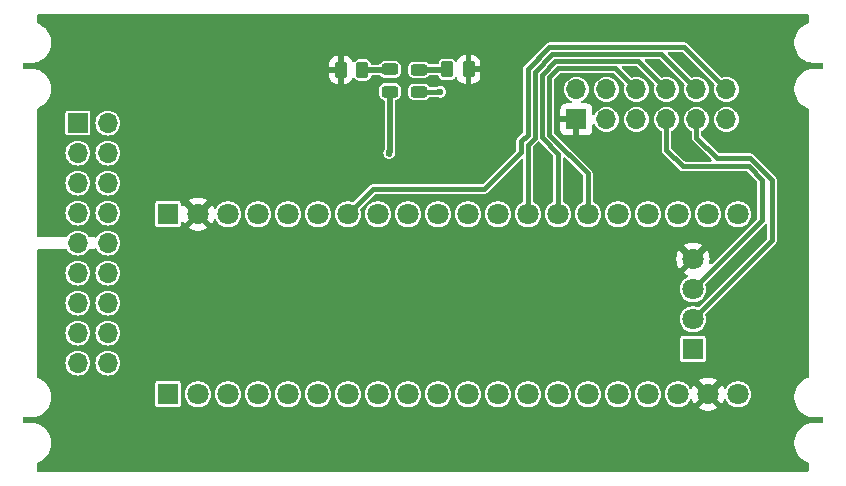
<source format=gtl>
G04 #@! TF.GenerationSoftware,KiCad,Pcbnew,8.0.8*
G04 #@! TF.CreationDate,2025-02-19T14:35:13-05:00*
G04 #@! TF.ProjectId,afe_230v_16a,6166655f-3233-4307-965f-3136612e6b69,rev?*
G04 #@! TF.SameCoordinates,Original*
G04 #@! TF.FileFunction,Copper,L1,Top*
G04 #@! TF.FilePolarity,Positive*
%FSLAX46Y46*%
G04 Gerber Fmt 4.6, Leading zero omitted, Abs format (unit mm)*
G04 Created by KiCad (PCBNEW 8.0.8) date 2025-02-19 14:35:13*
%MOMM*%
%LPD*%
G01*
G04 APERTURE LIST*
G04 Aperture macros list*
%AMRoundRect*
0 Rectangle with rounded corners*
0 $1 Rounding radius*
0 $2 $3 $4 $5 $6 $7 $8 $9 X,Y pos of 4 corners*
0 Add a 4 corners polygon primitive as box body*
4,1,4,$2,$3,$4,$5,$6,$7,$8,$9,$2,$3,0*
0 Add four circle primitives for the rounded corners*
1,1,$1+$1,$2,$3*
1,1,$1+$1,$4,$5*
1,1,$1+$1,$6,$7*
1,1,$1+$1,$8,$9*
0 Add four rect primitives between the rounded corners*
20,1,$1+$1,$2,$3,$4,$5,0*
20,1,$1+$1,$4,$5,$6,$7,0*
20,1,$1+$1,$6,$7,$8,$9,0*
20,1,$1+$1,$8,$9,$2,$3,0*%
G04 Aperture macros list end*
G04 #@! TA.AperFunction,ComponentPad*
%ADD10R,1.800000X1.800000*%
G04 #@! TD*
G04 #@! TA.AperFunction,ComponentPad*
%ADD11C,1.800000*%
G04 #@! TD*
G04 #@! TA.AperFunction,SMDPad,CuDef*
%ADD12RoundRect,0.243750X-0.456250X0.243750X-0.456250X-0.243750X0.456250X-0.243750X0.456250X0.243750X0*%
G04 #@! TD*
G04 #@! TA.AperFunction,ComponentPad*
%ADD13R,1.700000X1.700000*%
G04 #@! TD*
G04 #@! TA.AperFunction,ComponentPad*
%ADD14O,1.700000X1.700000*%
G04 #@! TD*
G04 #@! TA.AperFunction,SMDPad,CuDef*
%ADD15RoundRect,0.250000X0.262500X0.450000X-0.262500X0.450000X-0.262500X-0.450000X0.262500X-0.450000X0*%
G04 #@! TD*
G04 #@! TA.AperFunction,SMDPad,CuDef*
%ADD16RoundRect,0.250000X-0.262500X-0.450000X0.262500X-0.450000X0.262500X0.450000X-0.262500X0.450000X0*%
G04 #@! TD*
G04 #@! TA.AperFunction,ViaPad*
%ADD17C,0.600000*%
G04 #@! TD*
G04 #@! TA.AperFunction,Conductor*
%ADD18C,0.400000*%
G04 #@! TD*
G04 #@! TA.AperFunction,Conductor*
%ADD19C,0.500000*%
G04 #@! TD*
G04 APERTURE END LIST*
D10*
X207970000Y-112110000D03*
D11*
X210510000Y-112110000D03*
X213050000Y-112110000D03*
X215590000Y-112110000D03*
X218130000Y-112110000D03*
X220670000Y-112110000D03*
X223210000Y-112110000D03*
X225750000Y-112110000D03*
X228290000Y-112110000D03*
X230830000Y-112110000D03*
X233370000Y-112110000D03*
X235910000Y-112110000D03*
X238450000Y-112110000D03*
X240990000Y-112110000D03*
X243530000Y-112110000D03*
X246070000Y-112110000D03*
X248610000Y-112110000D03*
X251150000Y-112110000D03*
X253690000Y-112110000D03*
X256230000Y-112110000D03*
X256230000Y-96870000D03*
X253690000Y-96870000D03*
X251150000Y-96870000D03*
X248610000Y-96870000D03*
X246070000Y-96870000D03*
X243530000Y-96870000D03*
X240990000Y-96870000D03*
X238450000Y-96870000D03*
X235910000Y-96870000D03*
X233370000Y-96870000D03*
X230830000Y-96870000D03*
X228290000Y-96870000D03*
X225750000Y-96870000D03*
X223210000Y-96870000D03*
X220670000Y-96870000D03*
X218130000Y-96870000D03*
X215590000Y-96870000D03*
X213050000Y-96870000D03*
X210510000Y-96870000D03*
D10*
X207970000Y-96870000D03*
X252420000Y-108300000D03*
D11*
X252420000Y-105760000D03*
X252420000Y-103220000D03*
X252420000Y-100680000D03*
D12*
X229230000Y-84645000D03*
X229230000Y-86520000D03*
D13*
X200330000Y-89160000D03*
D14*
X202870000Y-89160000D03*
X200330000Y-91700000D03*
X202870000Y-91700000D03*
X200330000Y-94240000D03*
X202870000Y-94240000D03*
X200330000Y-96780000D03*
X202870000Y-96780000D03*
X200330000Y-99320000D03*
X202870000Y-99320000D03*
X200330000Y-101860000D03*
X202870000Y-101860000D03*
X200330000Y-104400000D03*
X202870000Y-104400000D03*
X200330000Y-106940000D03*
X202870000Y-106940000D03*
X200330000Y-109480000D03*
X202870000Y-109480000D03*
D15*
X233412500Y-84620000D03*
X231587500Y-84620000D03*
D16*
X222605000Y-84660000D03*
X224430000Y-84660000D03*
D12*
X226760000Y-84620000D03*
X226760000Y-86495000D03*
D13*
X242550000Y-88850000D03*
D14*
X242550000Y-86310000D03*
X245090000Y-88850000D03*
X245090000Y-86310000D03*
X247630000Y-88850000D03*
X247630000Y-86310000D03*
X250170000Y-88850000D03*
X250170000Y-86310000D03*
X252710000Y-88850000D03*
X252710000Y-86310000D03*
X255250000Y-88850000D03*
X255250000Y-86310000D03*
D17*
X235556294Y-117820000D03*
X215464126Y-117910000D03*
X245602378Y-117790000D03*
X222947263Y-80970000D03*
X258160000Y-117790000D03*
X210389658Y-81060000D03*
X197490000Y-108310000D03*
X245550952Y-80940000D03*
X197490000Y-105777852D03*
X258108574Y-80940000D03*
X255597036Y-80940000D03*
X212952605Y-117910000D03*
X261580000Y-100780000D03*
X230533252Y-117820000D03*
X215412700Y-81060000D03*
X240527910Y-80940000D03*
X250573994Y-80940000D03*
X217975647Y-117910000D03*
X225510210Y-117820000D03*
X207878137Y-81060000D03*
X227970305Y-80970000D03*
X261580000Y-105844284D03*
X238067815Y-117820000D03*
X212901179Y-81060000D03*
X238016389Y-80970000D03*
X255648462Y-117790000D03*
X197490000Y-95649284D03*
X197490000Y-100713568D03*
X222998689Y-117820000D03*
X207929563Y-117910000D03*
X197490000Y-103245710D03*
X228021731Y-117820000D03*
X261580000Y-90651432D03*
X261580000Y-103312142D03*
X202906521Y-117910000D03*
X240579336Y-117790000D03*
X217924221Y-81060000D03*
X261580000Y-108376432D03*
X197490000Y-93117142D03*
X261580000Y-93183574D03*
X233044773Y-117820000D03*
X210441084Y-117910000D03*
X220487168Y-117820000D03*
X197490000Y-90585000D03*
X243039431Y-80940000D03*
X225458784Y-80970000D03*
X243090857Y-117790000D03*
X261580000Y-95715716D03*
X200343574Y-81060000D03*
X226700000Y-91700000D03*
X230481826Y-80970000D03*
X232993347Y-80970000D03*
X205418042Y-117910000D03*
X261580000Y-98247858D03*
X250625420Y-117790000D03*
X197490000Y-98181426D03*
X253136941Y-117790000D03*
X248113899Y-117790000D03*
X200395000Y-117910000D03*
X235504868Y-80970000D03*
X248062473Y-80940000D03*
X220435742Y-80970000D03*
X231030000Y-86510000D03*
X202855095Y-81060000D03*
X253085515Y-80940000D03*
X205366616Y-81060000D03*
D18*
X238450000Y-96870000D02*
X238450000Y-90990000D01*
X225340000Y-94740000D02*
X223210000Y-96870000D01*
D19*
X229230000Y-84645000D02*
X231562500Y-84645000D01*
X226760000Y-91640000D02*
X226700000Y-91700000D01*
X224430000Y-84660000D02*
X226720000Y-84660000D01*
D18*
X237850000Y-90710000D02*
X237850000Y-91640000D01*
X239630000Y-85051472D02*
X239630000Y-90378528D01*
X239630000Y-90378528D02*
X240990000Y-91738528D01*
X226670000Y-91730000D02*
X226670000Y-91770000D01*
X258260000Y-93970000D02*
X257120000Y-92830000D01*
X258260000Y-97380000D02*
X258260000Y-93970000D01*
X238420000Y-88750000D02*
X238420000Y-90140000D01*
X238430000Y-88740000D02*
X238420000Y-88750000D01*
X240230000Y-90130000D02*
X243530000Y-93430000D01*
X240264416Y-82720000D02*
X238430000Y-84554416D01*
X240761472Y-83920000D02*
X239630000Y-85051472D01*
X255250000Y-86310000D02*
X251660000Y-82720000D01*
X245840000Y-84520000D02*
X241010000Y-84520000D01*
X234750000Y-94740000D02*
X225340000Y-94740000D01*
X238450000Y-90990000D02*
X239030000Y-90410000D01*
X252420000Y-105760000D02*
X259100000Y-99080000D01*
X257258528Y-92120000D02*
X254440000Y-92120000D01*
X240512944Y-83320000D02*
X249720000Y-83320000D01*
X238430000Y-84554416D02*
X238430000Y-88740000D01*
X243530000Y-93430000D02*
X243530000Y-96870000D01*
X240230000Y-85300000D02*
X240230000Y-90130000D01*
X247630000Y-86310000D02*
X245840000Y-84520000D01*
X241010000Y-84520000D02*
X240230000Y-85300000D01*
X240990000Y-91738528D02*
X240990000Y-96870000D01*
X250170000Y-86310000D02*
X247780000Y-83920000D01*
X247780000Y-83920000D02*
X240761472Y-83920000D01*
X237850000Y-91640000D02*
X234750000Y-94740000D01*
X251660000Y-82720000D02*
X240264416Y-82720000D01*
X238420000Y-90140000D02*
X237850000Y-90710000D01*
X239030000Y-84802944D02*
X240512944Y-83320000D01*
X226700000Y-91700000D02*
X226670000Y-91730000D01*
X229230000Y-86520000D02*
X231020000Y-86520000D01*
X231020000Y-86520000D02*
X231030000Y-86510000D01*
X257120000Y-92830000D02*
X251550000Y-92830000D01*
X251550000Y-92830000D02*
X250170000Y-91450000D01*
X252420000Y-103220000D02*
X258260000Y-97380000D01*
X250170000Y-91450000D02*
X250170000Y-88850000D01*
X252710000Y-90390000D02*
X252710000Y-88850000D01*
X254440000Y-92120000D02*
X252710000Y-90390000D01*
X259100000Y-99080000D02*
X259100000Y-93961472D01*
X259100000Y-93961472D02*
X257258528Y-92120000D01*
X226670000Y-91670000D02*
X226700000Y-91700000D01*
D19*
X226760000Y-86495000D02*
X226760000Y-91640000D01*
X226720000Y-84660000D02*
X226760000Y-84620000D01*
X231562500Y-84645000D02*
X231587500Y-84620000D01*
D18*
X239030000Y-90410000D02*
X239030000Y-84802944D01*
X249720000Y-83320000D02*
X252710000Y-86310000D01*
G04 #@! TA.AperFunction,Conductor*
G36*
X262142539Y-79930185D02*
G01*
X262188294Y-79982989D01*
X262199500Y-80034500D01*
X262199500Y-80641844D01*
X262179815Y-80708883D01*
X262127011Y-80754638D01*
X262110441Y-80760819D01*
X262104229Y-80762643D01*
X262104218Y-80762647D01*
X261882955Y-80863693D01*
X261882950Y-80863696D01*
X261678325Y-80995201D01*
X261494492Y-81154492D01*
X261335201Y-81338325D01*
X261203696Y-81542950D01*
X261203693Y-81542955D01*
X261102647Y-81764218D01*
X261034118Y-81997603D01*
X261034117Y-81997609D01*
X260999500Y-82238378D01*
X260999500Y-82294108D01*
X260999500Y-82360000D01*
X260999500Y-82481622D01*
X261001634Y-82496466D01*
X261034116Y-82722386D01*
X261034118Y-82722396D01*
X261102647Y-82955781D01*
X261203693Y-83177044D01*
X261203696Y-83177049D01*
X261335201Y-83381674D01*
X261494492Y-83565507D01*
X261678325Y-83724798D01*
X261874516Y-83850883D01*
X261882955Y-83856306D01*
X262104218Y-83957353D01*
X262337609Y-84025883D01*
X262578378Y-84060500D01*
X262634108Y-84060500D01*
X263325500Y-84060500D01*
X263392539Y-84080185D01*
X263438294Y-84132989D01*
X263449500Y-84184500D01*
X263449500Y-84435500D01*
X263429815Y-84502539D01*
X263377011Y-84548294D01*
X263325500Y-84559500D01*
X262765892Y-84559500D01*
X262700000Y-84559500D01*
X262578378Y-84559500D01*
X262517506Y-84568251D01*
X262337613Y-84594116D01*
X262337603Y-84594118D01*
X262104218Y-84662647D01*
X261882955Y-84763693D01*
X261882950Y-84763696D01*
X261678325Y-84895201D01*
X261494492Y-85054492D01*
X261335201Y-85238325D01*
X261203696Y-85442950D01*
X261203693Y-85442955D01*
X261102647Y-85664218D01*
X261034118Y-85897603D01*
X261034116Y-85897613D01*
X261012200Y-86050045D01*
X260999500Y-86138378D01*
X260999500Y-86194108D01*
X260999500Y-86260000D01*
X260999500Y-86381622D01*
X261001634Y-86396466D01*
X261034116Y-86622386D01*
X261034118Y-86622396D01*
X261042945Y-86652456D01*
X261102647Y-86855782D01*
X261123067Y-86900495D01*
X261203693Y-87077044D01*
X261203696Y-87077049D01*
X261335201Y-87281674D01*
X261494492Y-87465507D01*
X261678325Y-87624798D01*
X261882955Y-87756306D01*
X262104218Y-87857353D01*
X262104225Y-87857355D01*
X262110423Y-87859175D01*
X262169205Y-87896943D01*
X262198236Y-87960496D01*
X262199500Y-87978155D01*
X262199500Y-110641844D01*
X262179815Y-110708883D01*
X262127011Y-110754638D01*
X262110441Y-110760819D01*
X262104229Y-110762643D01*
X262104218Y-110762647D01*
X261882955Y-110863693D01*
X261882950Y-110863696D01*
X261678325Y-110995201D01*
X261494492Y-111154492D01*
X261335201Y-111338325D01*
X261203696Y-111542950D01*
X261203693Y-111542955D01*
X261102647Y-111764218D01*
X261034118Y-111997603D01*
X261034117Y-111997609D01*
X260999500Y-112238378D01*
X260999500Y-112294108D01*
X260999500Y-112360000D01*
X260999500Y-112481622D01*
X261006757Y-112532098D01*
X261034116Y-112722386D01*
X261034118Y-112722396D01*
X261044590Y-112758059D01*
X261102647Y-112955782D01*
X261119179Y-112991982D01*
X261203693Y-113177044D01*
X261203696Y-113177049D01*
X261335201Y-113381674D01*
X261494492Y-113565507D01*
X261678325Y-113724798D01*
X261882955Y-113856306D01*
X262104218Y-113957353D01*
X262337609Y-114025883D01*
X262578378Y-114060500D01*
X262634108Y-114060500D01*
X263325500Y-114060500D01*
X263392539Y-114080185D01*
X263438294Y-114132989D01*
X263449500Y-114184500D01*
X263449500Y-114435500D01*
X263429815Y-114502539D01*
X263377011Y-114548294D01*
X263325500Y-114559500D01*
X262765892Y-114559500D01*
X262700000Y-114559500D01*
X262578378Y-114559500D01*
X262517506Y-114568251D01*
X262337613Y-114594116D01*
X262337603Y-114594118D01*
X262104218Y-114662647D01*
X261882955Y-114763693D01*
X261882950Y-114763696D01*
X261678325Y-114895201D01*
X261494492Y-115054492D01*
X261335201Y-115238325D01*
X261203696Y-115442950D01*
X261203693Y-115442955D01*
X261102647Y-115664218D01*
X261034118Y-115897603D01*
X261034117Y-115897609D01*
X260999500Y-116138378D01*
X260999500Y-116194108D01*
X260999500Y-116260000D01*
X260999500Y-116381622D01*
X261001634Y-116396466D01*
X261034116Y-116622386D01*
X261034118Y-116622396D01*
X261102647Y-116855781D01*
X261203693Y-117077044D01*
X261203696Y-117077049D01*
X261335201Y-117281674D01*
X261494492Y-117465507D01*
X261678325Y-117624798D01*
X261882955Y-117756306D01*
X262104218Y-117857353D01*
X262104225Y-117857355D01*
X262110423Y-117859175D01*
X262169205Y-117896943D01*
X262198236Y-117960496D01*
X262199500Y-117978155D01*
X262199500Y-118585500D01*
X262179815Y-118652539D01*
X262127011Y-118698294D01*
X262075500Y-118709500D01*
X197024500Y-118709500D01*
X196957461Y-118689815D01*
X196911706Y-118637011D01*
X196900500Y-118585500D01*
X196900500Y-117978155D01*
X196920185Y-117911116D01*
X196972989Y-117865361D01*
X196989577Y-117859175D01*
X196990592Y-117858876D01*
X196995782Y-117857353D01*
X197217045Y-117756306D01*
X197421675Y-117624798D01*
X197605507Y-117465507D01*
X197764798Y-117281675D01*
X197896306Y-117077045D01*
X197997353Y-116855782D01*
X198065883Y-116622391D01*
X198100500Y-116381622D01*
X198100500Y-116260000D01*
X198100500Y-116194108D01*
X198100500Y-116138378D01*
X198065883Y-115897609D01*
X197997353Y-115664218D01*
X197896306Y-115442955D01*
X197847694Y-115367314D01*
X197764798Y-115238325D01*
X197605507Y-115054492D01*
X197421674Y-114895201D01*
X197217049Y-114763696D01*
X197217044Y-114763693D01*
X197096828Y-114708792D01*
X196995782Y-114662647D01*
X196905821Y-114636232D01*
X196762396Y-114594118D01*
X196762386Y-114594116D01*
X196643365Y-114577003D01*
X196521622Y-114559500D01*
X196521620Y-114559500D01*
X195774500Y-114559500D01*
X195707461Y-114539815D01*
X195661706Y-114487011D01*
X195650500Y-114435500D01*
X195650500Y-114184500D01*
X195670185Y-114117461D01*
X195722989Y-114071706D01*
X195774500Y-114060500D01*
X196521619Y-114060500D01*
X196521622Y-114060500D01*
X196762391Y-114025883D01*
X196995782Y-113957353D01*
X197217045Y-113856306D01*
X197421675Y-113724798D01*
X197605507Y-113565507D01*
X197764798Y-113381675D01*
X197896306Y-113177045D01*
X197997353Y-112955782D01*
X198065883Y-112722391D01*
X198100500Y-112481622D01*
X198100500Y-112360000D01*
X198100500Y-112294108D01*
X198100500Y-112238378D01*
X198065883Y-111997609D01*
X197997353Y-111764218D01*
X197896306Y-111542955D01*
X197886809Y-111528178D01*
X197764798Y-111338325D01*
X197636489Y-111190247D01*
X206869500Y-111190247D01*
X206869500Y-113029752D01*
X206881131Y-113088229D01*
X206881132Y-113088230D01*
X206925447Y-113154552D01*
X206991769Y-113198867D01*
X206991770Y-113198868D01*
X207050247Y-113210499D01*
X207050250Y-113210500D01*
X207050252Y-113210500D01*
X208889750Y-113210500D01*
X208889751Y-113210499D01*
X208904568Y-113207552D01*
X208948229Y-113198868D01*
X208948229Y-113198867D01*
X208948231Y-113198867D01*
X209014552Y-113154552D01*
X209058867Y-113088231D01*
X209058867Y-113088229D01*
X209058868Y-113088229D01*
X209070499Y-113029752D01*
X209070500Y-113029750D01*
X209070500Y-112109999D01*
X209404785Y-112109999D01*
X209404785Y-112110000D01*
X209423602Y-112313082D01*
X209479417Y-112509247D01*
X209479422Y-112509260D01*
X209570327Y-112691821D01*
X209693237Y-112854581D01*
X209843958Y-112991980D01*
X209843960Y-112991982D01*
X209872734Y-113009798D01*
X210017363Y-113099348D01*
X210207544Y-113173024D01*
X210408024Y-113210500D01*
X210408026Y-113210500D01*
X210611974Y-113210500D01*
X210611976Y-113210500D01*
X210812456Y-113173024D01*
X211002637Y-113099348D01*
X211176041Y-112991981D01*
X211326764Y-112854579D01*
X211449673Y-112691821D01*
X211540582Y-112509250D01*
X211596397Y-112313083D01*
X211615215Y-112110000D01*
X211615215Y-112109999D01*
X211944785Y-112109999D01*
X211944785Y-112110000D01*
X211963602Y-112313082D01*
X212019417Y-112509247D01*
X212019422Y-112509260D01*
X212110327Y-112691821D01*
X212233237Y-112854581D01*
X212383958Y-112991980D01*
X212383960Y-112991982D01*
X212412734Y-113009798D01*
X212557363Y-113099348D01*
X212747544Y-113173024D01*
X212948024Y-113210500D01*
X212948026Y-113210500D01*
X213151974Y-113210500D01*
X213151976Y-113210500D01*
X213352456Y-113173024D01*
X213542637Y-113099348D01*
X213716041Y-112991981D01*
X213866764Y-112854579D01*
X213989673Y-112691821D01*
X214080582Y-112509250D01*
X214136397Y-112313083D01*
X214155215Y-112110000D01*
X214155215Y-112109999D01*
X214484785Y-112109999D01*
X214484785Y-112110000D01*
X214503602Y-112313082D01*
X214559417Y-112509247D01*
X214559422Y-112509260D01*
X214650327Y-112691821D01*
X214773237Y-112854581D01*
X214923958Y-112991980D01*
X214923960Y-112991982D01*
X214952734Y-113009798D01*
X215097363Y-113099348D01*
X215287544Y-113173024D01*
X215488024Y-113210500D01*
X215488026Y-113210500D01*
X215691974Y-113210500D01*
X215691976Y-113210500D01*
X215892456Y-113173024D01*
X216082637Y-113099348D01*
X216256041Y-112991981D01*
X216406764Y-112854579D01*
X216529673Y-112691821D01*
X216620582Y-112509250D01*
X216676397Y-112313083D01*
X216695215Y-112110000D01*
X216695215Y-112109999D01*
X217024785Y-112109999D01*
X217024785Y-112110000D01*
X217043602Y-112313082D01*
X217099417Y-112509247D01*
X217099422Y-112509260D01*
X217190327Y-112691821D01*
X217313237Y-112854581D01*
X217463958Y-112991980D01*
X217463960Y-112991982D01*
X217492734Y-113009798D01*
X217637363Y-113099348D01*
X217827544Y-113173024D01*
X218028024Y-113210500D01*
X218028026Y-113210500D01*
X218231974Y-113210500D01*
X218231976Y-113210500D01*
X218432456Y-113173024D01*
X218622637Y-113099348D01*
X218796041Y-112991981D01*
X218946764Y-112854579D01*
X219069673Y-112691821D01*
X219160582Y-112509250D01*
X219216397Y-112313083D01*
X219235215Y-112110000D01*
X219235215Y-112109999D01*
X219564785Y-112109999D01*
X219564785Y-112110000D01*
X219583602Y-112313082D01*
X219639417Y-112509247D01*
X219639422Y-112509260D01*
X219730327Y-112691821D01*
X219853237Y-112854581D01*
X220003958Y-112991980D01*
X220003960Y-112991982D01*
X220032734Y-113009798D01*
X220177363Y-113099348D01*
X220367544Y-113173024D01*
X220568024Y-113210500D01*
X220568026Y-113210500D01*
X220771974Y-113210500D01*
X220771976Y-113210500D01*
X220972456Y-113173024D01*
X221162637Y-113099348D01*
X221336041Y-112991981D01*
X221486764Y-112854579D01*
X221609673Y-112691821D01*
X221700582Y-112509250D01*
X221756397Y-112313083D01*
X221775215Y-112110000D01*
X221775215Y-112109999D01*
X222104785Y-112109999D01*
X222104785Y-112110000D01*
X222123602Y-112313082D01*
X222179417Y-112509247D01*
X222179422Y-112509260D01*
X222270327Y-112691821D01*
X222393237Y-112854581D01*
X222543958Y-112991980D01*
X222543960Y-112991982D01*
X222572734Y-113009798D01*
X222717363Y-113099348D01*
X222907544Y-113173024D01*
X223108024Y-113210500D01*
X223108026Y-113210500D01*
X223311974Y-113210500D01*
X223311976Y-113210500D01*
X223512456Y-113173024D01*
X223702637Y-113099348D01*
X223876041Y-112991981D01*
X224026764Y-112854579D01*
X224149673Y-112691821D01*
X224240582Y-112509250D01*
X224296397Y-112313083D01*
X224315215Y-112110000D01*
X224315215Y-112109999D01*
X224644785Y-112109999D01*
X224644785Y-112110000D01*
X224663602Y-112313082D01*
X224719417Y-112509247D01*
X224719422Y-112509260D01*
X224810327Y-112691821D01*
X224933237Y-112854581D01*
X225083958Y-112991980D01*
X225083960Y-112991982D01*
X225112734Y-113009798D01*
X225257363Y-113099348D01*
X225447544Y-113173024D01*
X225648024Y-113210500D01*
X225648026Y-113210500D01*
X225851974Y-113210500D01*
X225851976Y-113210500D01*
X226052456Y-113173024D01*
X226242637Y-113099348D01*
X226416041Y-112991981D01*
X226566764Y-112854579D01*
X226689673Y-112691821D01*
X226780582Y-112509250D01*
X226836397Y-112313083D01*
X226855215Y-112110000D01*
X226855215Y-112109999D01*
X227184785Y-112109999D01*
X227184785Y-112110000D01*
X227203602Y-112313082D01*
X227259417Y-112509247D01*
X227259422Y-112509260D01*
X227350327Y-112691821D01*
X227473237Y-112854581D01*
X227623958Y-112991980D01*
X227623960Y-112991982D01*
X227652734Y-113009798D01*
X227797363Y-113099348D01*
X227987544Y-113173024D01*
X228188024Y-113210500D01*
X228188026Y-113210500D01*
X228391974Y-113210500D01*
X228391976Y-113210500D01*
X228592456Y-113173024D01*
X228782637Y-113099348D01*
X228956041Y-112991981D01*
X229106764Y-112854579D01*
X229229673Y-112691821D01*
X229320582Y-112509250D01*
X229376397Y-112313083D01*
X229395215Y-112110000D01*
X229395215Y-112109999D01*
X229724785Y-112109999D01*
X229724785Y-112110000D01*
X229743602Y-112313082D01*
X229799417Y-112509247D01*
X229799422Y-112509260D01*
X229890327Y-112691821D01*
X230013237Y-112854581D01*
X230163958Y-112991980D01*
X230163960Y-112991982D01*
X230192734Y-113009798D01*
X230337363Y-113099348D01*
X230527544Y-113173024D01*
X230728024Y-113210500D01*
X230728026Y-113210500D01*
X230931974Y-113210500D01*
X230931976Y-113210500D01*
X231132456Y-113173024D01*
X231322637Y-113099348D01*
X231496041Y-112991981D01*
X231646764Y-112854579D01*
X231769673Y-112691821D01*
X231860582Y-112509250D01*
X231916397Y-112313083D01*
X231935215Y-112110000D01*
X231935215Y-112109999D01*
X232264785Y-112109999D01*
X232264785Y-112110000D01*
X232283602Y-112313082D01*
X232339417Y-112509247D01*
X232339422Y-112509260D01*
X232430327Y-112691821D01*
X232553237Y-112854581D01*
X232703958Y-112991980D01*
X232703960Y-112991982D01*
X232732734Y-113009798D01*
X232877363Y-113099348D01*
X233067544Y-113173024D01*
X233268024Y-113210500D01*
X233268026Y-113210500D01*
X233471974Y-113210500D01*
X233471976Y-113210500D01*
X233672456Y-113173024D01*
X233862637Y-113099348D01*
X234036041Y-112991981D01*
X234186764Y-112854579D01*
X234309673Y-112691821D01*
X234400582Y-112509250D01*
X234456397Y-112313083D01*
X234475215Y-112110000D01*
X234475215Y-112109999D01*
X234804785Y-112109999D01*
X234804785Y-112110000D01*
X234823602Y-112313082D01*
X234879417Y-112509247D01*
X234879422Y-112509260D01*
X234970327Y-112691821D01*
X235093237Y-112854581D01*
X235243958Y-112991980D01*
X235243960Y-112991982D01*
X235272734Y-113009798D01*
X235417363Y-113099348D01*
X235607544Y-113173024D01*
X235808024Y-113210500D01*
X235808026Y-113210500D01*
X236011974Y-113210500D01*
X236011976Y-113210500D01*
X236212456Y-113173024D01*
X236402637Y-113099348D01*
X236576041Y-112991981D01*
X236726764Y-112854579D01*
X236849673Y-112691821D01*
X236940582Y-112509250D01*
X236996397Y-112313083D01*
X237015215Y-112110000D01*
X237015215Y-112109999D01*
X237344785Y-112109999D01*
X237344785Y-112110000D01*
X237363602Y-112313082D01*
X237419417Y-112509247D01*
X237419422Y-112509260D01*
X237510327Y-112691821D01*
X237633237Y-112854581D01*
X237783958Y-112991980D01*
X237783960Y-112991982D01*
X237812734Y-113009798D01*
X237957363Y-113099348D01*
X238147544Y-113173024D01*
X238348024Y-113210500D01*
X238348026Y-113210500D01*
X238551974Y-113210500D01*
X238551976Y-113210500D01*
X238752456Y-113173024D01*
X238942637Y-113099348D01*
X239116041Y-112991981D01*
X239266764Y-112854579D01*
X239389673Y-112691821D01*
X239480582Y-112509250D01*
X239536397Y-112313083D01*
X239555215Y-112110000D01*
X239555215Y-112109999D01*
X239884785Y-112109999D01*
X239884785Y-112110000D01*
X239903602Y-112313082D01*
X239959417Y-112509247D01*
X239959422Y-112509260D01*
X240050327Y-112691821D01*
X240173237Y-112854581D01*
X240323958Y-112991980D01*
X240323960Y-112991982D01*
X240352734Y-113009798D01*
X240497363Y-113099348D01*
X240687544Y-113173024D01*
X240888024Y-113210500D01*
X240888026Y-113210500D01*
X241091974Y-113210500D01*
X241091976Y-113210500D01*
X241292456Y-113173024D01*
X241482637Y-113099348D01*
X241656041Y-112991981D01*
X241806764Y-112854579D01*
X241929673Y-112691821D01*
X242020582Y-112509250D01*
X242076397Y-112313083D01*
X242095215Y-112110000D01*
X242095215Y-112109999D01*
X242424785Y-112109999D01*
X242424785Y-112110000D01*
X242443602Y-112313082D01*
X242499417Y-112509247D01*
X242499422Y-112509260D01*
X242590327Y-112691821D01*
X242713237Y-112854581D01*
X242863958Y-112991980D01*
X242863960Y-112991982D01*
X242892734Y-113009798D01*
X243037363Y-113099348D01*
X243227544Y-113173024D01*
X243428024Y-113210500D01*
X243428026Y-113210500D01*
X243631974Y-113210500D01*
X243631976Y-113210500D01*
X243832456Y-113173024D01*
X244022637Y-113099348D01*
X244196041Y-112991981D01*
X244346764Y-112854579D01*
X244469673Y-112691821D01*
X244560582Y-112509250D01*
X244616397Y-112313083D01*
X244635215Y-112110000D01*
X244635215Y-112109999D01*
X244964785Y-112109999D01*
X244964785Y-112110000D01*
X244983602Y-112313082D01*
X245039417Y-112509247D01*
X245039422Y-112509260D01*
X245130327Y-112691821D01*
X245253237Y-112854581D01*
X245403958Y-112991980D01*
X245403960Y-112991982D01*
X245432734Y-113009798D01*
X245577363Y-113099348D01*
X245767544Y-113173024D01*
X245968024Y-113210500D01*
X245968026Y-113210500D01*
X246171974Y-113210500D01*
X246171976Y-113210500D01*
X246372456Y-113173024D01*
X246562637Y-113099348D01*
X246736041Y-112991981D01*
X246886764Y-112854579D01*
X247009673Y-112691821D01*
X247100582Y-112509250D01*
X247156397Y-112313083D01*
X247175215Y-112110000D01*
X247175215Y-112109999D01*
X247504785Y-112109999D01*
X247504785Y-112110000D01*
X247523602Y-112313082D01*
X247579417Y-112509247D01*
X247579422Y-112509260D01*
X247670327Y-112691821D01*
X247793237Y-112854581D01*
X247943958Y-112991980D01*
X247943960Y-112991982D01*
X247972734Y-113009798D01*
X248117363Y-113099348D01*
X248307544Y-113173024D01*
X248508024Y-113210500D01*
X248508026Y-113210500D01*
X248711974Y-113210500D01*
X248711976Y-113210500D01*
X248912456Y-113173024D01*
X249102637Y-113099348D01*
X249276041Y-112991981D01*
X249426764Y-112854579D01*
X249549673Y-112691821D01*
X249640582Y-112509250D01*
X249696397Y-112313083D01*
X249715215Y-112110000D01*
X249715215Y-112109999D01*
X250044785Y-112109999D01*
X250044785Y-112110000D01*
X250063602Y-112313082D01*
X250119417Y-112509247D01*
X250119422Y-112509260D01*
X250210327Y-112691821D01*
X250333237Y-112854581D01*
X250483958Y-112991980D01*
X250483960Y-112991982D01*
X250512734Y-113009798D01*
X250657363Y-113099348D01*
X250847544Y-113173024D01*
X251048024Y-113210500D01*
X251048026Y-113210500D01*
X251251974Y-113210500D01*
X251251976Y-113210500D01*
X251452456Y-113173024D01*
X251642637Y-113099348D01*
X251816041Y-112991981D01*
X251966764Y-112854579D01*
X252089673Y-112691821D01*
X252130984Y-112608854D01*
X252145292Y-112580123D01*
X252192794Y-112528886D01*
X252260457Y-112511464D01*
X252326798Y-112533389D01*
X252369848Y-112585584D01*
X252454516Y-112778609D01*
X252538811Y-112907633D01*
X253207037Y-112239408D01*
X253224075Y-112302993D01*
X253289901Y-112417007D01*
X253382993Y-112510099D01*
X253497007Y-112575925D01*
X253560590Y-112592962D01*
X252891201Y-113262351D01*
X252921649Y-113286050D01*
X253125697Y-113396476D01*
X253125706Y-113396479D01*
X253345139Y-113471811D01*
X253573993Y-113510000D01*
X253806007Y-113510000D01*
X254034860Y-113471811D01*
X254254293Y-113396479D01*
X254254301Y-113396476D01*
X254458355Y-113286047D01*
X254488797Y-113262351D01*
X254488798Y-113262350D01*
X253819410Y-112592962D01*
X253882993Y-112575925D01*
X253997007Y-112510099D01*
X254090099Y-112417007D01*
X254155925Y-112302993D01*
X254172962Y-112239409D01*
X254841186Y-112907634D01*
X254925484Y-112778606D01*
X255010151Y-112585584D01*
X255055107Y-112532098D01*
X255121842Y-112511408D01*
X255189170Y-112530082D01*
X255234707Y-112580122D01*
X255290327Y-112691821D01*
X255413237Y-112854581D01*
X255563958Y-112991980D01*
X255563960Y-112991982D01*
X255592734Y-113009798D01*
X255737363Y-113099348D01*
X255927544Y-113173024D01*
X256128024Y-113210500D01*
X256128026Y-113210500D01*
X256331974Y-113210500D01*
X256331976Y-113210500D01*
X256532456Y-113173024D01*
X256722637Y-113099348D01*
X256896041Y-112991981D01*
X257046764Y-112854579D01*
X257169673Y-112691821D01*
X257260582Y-112509250D01*
X257316397Y-112313083D01*
X257335215Y-112110000D01*
X257329115Y-112044174D01*
X257316397Y-111906917D01*
X257260582Y-111710750D01*
X257260159Y-111709901D01*
X257185765Y-111560497D01*
X257169673Y-111528179D01*
X257046764Y-111365421D01*
X257046762Y-111365418D01*
X256896041Y-111228019D01*
X256896039Y-111228017D01*
X256722642Y-111120655D01*
X256722635Y-111120651D01*
X256580135Y-111065447D01*
X256532456Y-111046976D01*
X256331976Y-111009500D01*
X256128024Y-111009500D01*
X255927544Y-111046976D01*
X255927541Y-111046976D01*
X255927541Y-111046977D01*
X255737364Y-111120651D01*
X255737357Y-111120655D01*
X255563960Y-111228017D01*
X255563958Y-111228019D01*
X255413237Y-111365418D01*
X255290327Y-111528178D01*
X255234707Y-111639877D01*
X255187204Y-111691114D01*
X255119540Y-111708535D01*
X255053200Y-111686609D01*
X255010151Y-111634415D01*
X254925483Y-111441390D01*
X254841186Y-111312364D01*
X254172962Y-111980589D01*
X254155925Y-111917007D01*
X254090099Y-111802993D01*
X253997007Y-111709901D01*
X253882993Y-111644075D01*
X253819409Y-111627037D01*
X254488797Y-110957647D01*
X254488797Y-110957645D01*
X254458360Y-110933955D01*
X254458354Y-110933951D01*
X254254302Y-110823523D01*
X254254293Y-110823520D01*
X254034860Y-110748188D01*
X253806007Y-110710000D01*
X253573993Y-110710000D01*
X253345139Y-110748188D01*
X253125706Y-110823520D01*
X253125697Y-110823523D01*
X252921650Y-110933949D01*
X252891200Y-110957647D01*
X253560591Y-111627037D01*
X253497007Y-111644075D01*
X253382993Y-111709901D01*
X253289901Y-111802993D01*
X253224075Y-111917007D01*
X253207037Y-111980590D01*
X252538812Y-111312365D01*
X252454516Y-111441391D01*
X252454514Y-111441395D01*
X252369848Y-111634415D01*
X252324892Y-111687901D01*
X252258156Y-111708591D01*
X252190828Y-111689916D01*
X252145292Y-111639877D01*
X252105765Y-111560497D01*
X252089673Y-111528179D01*
X251966764Y-111365421D01*
X251966762Y-111365418D01*
X251816041Y-111228019D01*
X251816039Y-111228017D01*
X251642642Y-111120655D01*
X251642635Y-111120651D01*
X251500135Y-111065447D01*
X251452456Y-111046976D01*
X251251976Y-111009500D01*
X251048024Y-111009500D01*
X250847544Y-111046976D01*
X250847541Y-111046976D01*
X250847541Y-111046977D01*
X250657364Y-111120651D01*
X250657357Y-111120655D01*
X250483960Y-111228017D01*
X250483958Y-111228019D01*
X250333237Y-111365418D01*
X250210327Y-111528178D01*
X250119422Y-111710739D01*
X250119417Y-111710752D01*
X250063602Y-111906917D01*
X250044785Y-112109999D01*
X249715215Y-112109999D01*
X249709115Y-112044174D01*
X249696397Y-111906917D01*
X249640582Y-111710750D01*
X249640159Y-111709901D01*
X249565765Y-111560497D01*
X249549673Y-111528179D01*
X249426764Y-111365421D01*
X249426762Y-111365418D01*
X249276041Y-111228019D01*
X249276039Y-111228017D01*
X249102642Y-111120655D01*
X249102635Y-111120651D01*
X248960135Y-111065447D01*
X248912456Y-111046976D01*
X248711976Y-111009500D01*
X248508024Y-111009500D01*
X248307544Y-111046976D01*
X248307541Y-111046976D01*
X248307541Y-111046977D01*
X248117364Y-111120651D01*
X248117357Y-111120655D01*
X247943960Y-111228017D01*
X247943958Y-111228019D01*
X247793237Y-111365418D01*
X247670327Y-111528178D01*
X247579422Y-111710739D01*
X247579417Y-111710752D01*
X247523602Y-111906917D01*
X247504785Y-112109999D01*
X247175215Y-112109999D01*
X247169115Y-112044174D01*
X247156397Y-111906917D01*
X247100582Y-111710750D01*
X247100159Y-111709901D01*
X247025765Y-111560497D01*
X247009673Y-111528179D01*
X246886764Y-111365421D01*
X246886762Y-111365418D01*
X246736041Y-111228019D01*
X246736039Y-111228017D01*
X246562642Y-111120655D01*
X246562635Y-111120651D01*
X246420135Y-111065447D01*
X246372456Y-111046976D01*
X246171976Y-111009500D01*
X245968024Y-111009500D01*
X245767544Y-111046976D01*
X245767541Y-111046976D01*
X245767541Y-111046977D01*
X245577364Y-111120651D01*
X245577357Y-111120655D01*
X245403960Y-111228017D01*
X245403958Y-111228019D01*
X245253237Y-111365418D01*
X245130327Y-111528178D01*
X245039422Y-111710739D01*
X245039417Y-111710752D01*
X244983602Y-111906917D01*
X244964785Y-112109999D01*
X244635215Y-112109999D01*
X244629115Y-112044174D01*
X244616397Y-111906917D01*
X244560582Y-111710750D01*
X244560159Y-111709901D01*
X244485765Y-111560497D01*
X244469673Y-111528179D01*
X244346764Y-111365421D01*
X244346762Y-111365418D01*
X244196041Y-111228019D01*
X244196039Y-111228017D01*
X244022642Y-111120655D01*
X244022635Y-111120651D01*
X243880135Y-111065447D01*
X243832456Y-111046976D01*
X243631976Y-111009500D01*
X243428024Y-111009500D01*
X243227544Y-111046976D01*
X243227541Y-111046976D01*
X243227541Y-111046977D01*
X243037364Y-111120651D01*
X243037357Y-111120655D01*
X242863960Y-111228017D01*
X242863958Y-111228019D01*
X242713237Y-111365418D01*
X242590327Y-111528178D01*
X242499422Y-111710739D01*
X242499417Y-111710752D01*
X242443602Y-111906917D01*
X242424785Y-112109999D01*
X242095215Y-112109999D01*
X242089115Y-112044174D01*
X242076397Y-111906917D01*
X242020582Y-111710750D01*
X242020159Y-111709901D01*
X241945765Y-111560497D01*
X241929673Y-111528179D01*
X241806764Y-111365421D01*
X241806762Y-111365418D01*
X241656041Y-111228019D01*
X241656039Y-111228017D01*
X241482642Y-111120655D01*
X241482635Y-111120651D01*
X241340135Y-111065447D01*
X241292456Y-111046976D01*
X241091976Y-111009500D01*
X240888024Y-111009500D01*
X240687544Y-111046976D01*
X240687541Y-111046976D01*
X240687541Y-111046977D01*
X240497364Y-111120651D01*
X240497357Y-111120655D01*
X240323960Y-111228017D01*
X240323958Y-111228019D01*
X240173237Y-111365418D01*
X240050327Y-111528178D01*
X239959422Y-111710739D01*
X239959417Y-111710752D01*
X239903602Y-111906917D01*
X239884785Y-112109999D01*
X239555215Y-112109999D01*
X239549115Y-112044174D01*
X239536397Y-111906917D01*
X239480582Y-111710750D01*
X239480159Y-111709901D01*
X239405765Y-111560497D01*
X239389673Y-111528179D01*
X239266764Y-111365421D01*
X239266762Y-111365418D01*
X239116041Y-111228019D01*
X239116039Y-111228017D01*
X238942642Y-111120655D01*
X238942635Y-111120651D01*
X238800135Y-111065447D01*
X238752456Y-111046976D01*
X238551976Y-111009500D01*
X238348024Y-111009500D01*
X238147544Y-111046976D01*
X238147541Y-111046976D01*
X238147541Y-111046977D01*
X237957364Y-111120651D01*
X237957357Y-111120655D01*
X237783960Y-111228017D01*
X237783958Y-111228019D01*
X237633237Y-111365418D01*
X237510327Y-111528178D01*
X237419422Y-111710739D01*
X237419417Y-111710752D01*
X237363602Y-111906917D01*
X237344785Y-112109999D01*
X237015215Y-112109999D01*
X237009115Y-112044174D01*
X236996397Y-111906917D01*
X236940582Y-111710750D01*
X236940159Y-111709901D01*
X236865765Y-111560497D01*
X236849673Y-111528179D01*
X236726764Y-111365421D01*
X236726762Y-111365418D01*
X236576041Y-111228019D01*
X236576039Y-111228017D01*
X236402642Y-111120655D01*
X236402635Y-111120651D01*
X236260135Y-111065447D01*
X236212456Y-111046976D01*
X236011976Y-111009500D01*
X235808024Y-111009500D01*
X235607544Y-111046976D01*
X235607541Y-111046976D01*
X235607541Y-111046977D01*
X235417364Y-111120651D01*
X235417357Y-111120655D01*
X235243960Y-111228017D01*
X235243958Y-111228019D01*
X235093237Y-111365418D01*
X234970327Y-111528178D01*
X234879422Y-111710739D01*
X234879417Y-111710752D01*
X234823602Y-111906917D01*
X234804785Y-112109999D01*
X234475215Y-112109999D01*
X234469115Y-112044174D01*
X234456397Y-111906917D01*
X234400582Y-111710750D01*
X234400159Y-111709901D01*
X234325765Y-111560497D01*
X234309673Y-111528179D01*
X234186764Y-111365421D01*
X234186762Y-111365418D01*
X234036041Y-111228019D01*
X234036039Y-111228017D01*
X233862642Y-111120655D01*
X233862635Y-111120651D01*
X233720135Y-111065447D01*
X233672456Y-111046976D01*
X233471976Y-111009500D01*
X233268024Y-111009500D01*
X233067544Y-111046976D01*
X233067541Y-111046976D01*
X233067541Y-111046977D01*
X232877364Y-111120651D01*
X232877357Y-111120655D01*
X232703960Y-111228017D01*
X232703958Y-111228019D01*
X232553237Y-111365418D01*
X232430327Y-111528178D01*
X232339422Y-111710739D01*
X232339417Y-111710752D01*
X232283602Y-111906917D01*
X232264785Y-112109999D01*
X231935215Y-112109999D01*
X231929115Y-112044174D01*
X231916397Y-111906917D01*
X231860582Y-111710750D01*
X231860159Y-111709901D01*
X231785765Y-111560497D01*
X231769673Y-111528179D01*
X231646764Y-111365421D01*
X231646762Y-111365418D01*
X231496041Y-111228019D01*
X231496039Y-111228017D01*
X231322642Y-111120655D01*
X231322635Y-111120651D01*
X231180135Y-111065447D01*
X231132456Y-111046976D01*
X230931976Y-111009500D01*
X230728024Y-111009500D01*
X230527544Y-111046976D01*
X230527541Y-111046976D01*
X230527541Y-111046977D01*
X230337364Y-111120651D01*
X230337357Y-111120655D01*
X230163960Y-111228017D01*
X230163958Y-111228019D01*
X230013237Y-111365418D01*
X229890327Y-111528178D01*
X229799422Y-111710739D01*
X229799417Y-111710752D01*
X229743602Y-111906917D01*
X229724785Y-112109999D01*
X229395215Y-112109999D01*
X229389115Y-112044174D01*
X229376397Y-111906917D01*
X229320582Y-111710750D01*
X229320159Y-111709901D01*
X229245765Y-111560497D01*
X229229673Y-111528179D01*
X229106764Y-111365421D01*
X229106762Y-111365418D01*
X228956041Y-111228019D01*
X228956039Y-111228017D01*
X228782642Y-111120655D01*
X228782635Y-111120651D01*
X228640135Y-111065447D01*
X228592456Y-111046976D01*
X228391976Y-111009500D01*
X228188024Y-111009500D01*
X227987544Y-111046976D01*
X227987541Y-111046976D01*
X227987541Y-111046977D01*
X227797364Y-111120651D01*
X227797357Y-111120655D01*
X227623960Y-111228017D01*
X227623958Y-111228019D01*
X227473237Y-111365418D01*
X227350327Y-111528178D01*
X227259422Y-111710739D01*
X227259417Y-111710752D01*
X227203602Y-111906917D01*
X227184785Y-112109999D01*
X226855215Y-112109999D01*
X226849115Y-112044174D01*
X226836397Y-111906917D01*
X226780582Y-111710750D01*
X226780159Y-111709901D01*
X226705765Y-111560497D01*
X226689673Y-111528179D01*
X226566764Y-111365421D01*
X226566762Y-111365418D01*
X226416041Y-111228019D01*
X226416039Y-111228017D01*
X226242642Y-111120655D01*
X226242635Y-111120651D01*
X226100135Y-111065447D01*
X226052456Y-111046976D01*
X225851976Y-111009500D01*
X225648024Y-111009500D01*
X225447544Y-111046976D01*
X225447541Y-111046976D01*
X225447541Y-111046977D01*
X225257364Y-111120651D01*
X225257357Y-111120655D01*
X225083960Y-111228017D01*
X225083958Y-111228019D01*
X224933237Y-111365418D01*
X224810327Y-111528178D01*
X224719422Y-111710739D01*
X224719417Y-111710752D01*
X224663602Y-111906917D01*
X224644785Y-112109999D01*
X224315215Y-112109999D01*
X224309115Y-112044174D01*
X224296397Y-111906917D01*
X224240582Y-111710750D01*
X224240159Y-111709901D01*
X224165765Y-111560497D01*
X224149673Y-111528179D01*
X224026764Y-111365421D01*
X224026762Y-111365418D01*
X223876041Y-111228019D01*
X223876039Y-111228017D01*
X223702642Y-111120655D01*
X223702635Y-111120651D01*
X223560135Y-111065447D01*
X223512456Y-111046976D01*
X223311976Y-111009500D01*
X223108024Y-111009500D01*
X222907544Y-111046976D01*
X222907541Y-111046976D01*
X222907541Y-111046977D01*
X222717364Y-111120651D01*
X222717357Y-111120655D01*
X222543960Y-111228017D01*
X222543958Y-111228019D01*
X222393237Y-111365418D01*
X222270327Y-111528178D01*
X222179422Y-111710739D01*
X222179417Y-111710752D01*
X222123602Y-111906917D01*
X222104785Y-112109999D01*
X221775215Y-112109999D01*
X221769115Y-112044174D01*
X221756397Y-111906917D01*
X221700582Y-111710750D01*
X221700159Y-111709901D01*
X221625765Y-111560497D01*
X221609673Y-111528179D01*
X221486764Y-111365421D01*
X221486762Y-111365418D01*
X221336041Y-111228019D01*
X221336039Y-111228017D01*
X221162642Y-111120655D01*
X221162635Y-111120651D01*
X221020135Y-111065447D01*
X220972456Y-111046976D01*
X220771976Y-111009500D01*
X220568024Y-111009500D01*
X220367544Y-111046976D01*
X220367541Y-111046976D01*
X220367541Y-111046977D01*
X220177364Y-111120651D01*
X220177357Y-111120655D01*
X220003960Y-111228017D01*
X220003958Y-111228019D01*
X219853237Y-111365418D01*
X219730327Y-111528178D01*
X219639422Y-111710739D01*
X219639417Y-111710752D01*
X219583602Y-111906917D01*
X219564785Y-112109999D01*
X219235215Y-112109999D01*
X219229115Y-112044174D01*
X219216397Y-111906917D01*
X219160582Y-111710750D01*
X219160159Y-111709901D01*
X219085765Y-111560497D01*
X219069673Y-111528179D01*
X218946764Y-111365421D01*
X218946762Y-111365418D01*
X218796041Y-111228019D01*
X218796039Y-111228017D01*
X218622642Y-111120655D01*
X218622635Y-111120651D01*
X218480135Y-111065447D01*
X218432456Y-111046976D01*
X218231976Y-111009500D01*
X218028024Y-111009500D01*
X217827544Y-111046976D01*
X217827541Y-111046976D01*
X217827541Y-111046977D01*
X217637364Y-111120651D01*
X217637357Y-111120655D01*
X217463960Y-111228017D01*
X217463958Y-111228019D01*
X217313237Y-111365418D01*
X217190327Y-111528178D01*
X217099422Y-111710739D01*
X217099417Y-111710752D01*
X217043602Y-111906917D01*
X217024785Y-112109999D01*
X216695215Y-112109999D01*
X216689115Y-112044174D01*
X216676397Y-111906917D01*
X216620582Y-111710750D01*
X216620159Y-111709901D01*
X216545765Y-111560497D01*
X216529673Y-111528179D01*
X216406764Y-111365421D01*
X216406762Y-111365418D01*
X216256041Y-111228019D01*
X216256039Y-111228017D01*
X216082642Y-111120655D01*
X216082635Y-111120651D01*
X215940135Y-111065447D01*
X215892456Y-111046976D01*
X215691976Y-111009500D01*
X215488024Y-111009500D01*
X215287544Y-111046976D01*
X215287541Y-111046976D01*
X215287541Y-111046977D01*
X215097364Y-111120651D01*
X215097357Y-111120655D01*
X214923960Y-111228017D01*
X214923958Y-111228019D01*
X214773237Y-111365418D01*
X214650327Y-111528178D01*
X214559422Y-111710739D01*
X214559417Y-111710752D01*
X214503602Y-111906917D01*
X214484785Y-112109999D01*
X214155215Y-112109999D01*
X214149115Y-112044174D01*
X214136397Y-111906917D01*
X214080582Y-111710750D01*
X214080159Y-111709901D01*
X214005765Y-111560497D01*
X213989673Y-111528179D01*
X213866764Y-111365421D01*
X213866762Y-111365418D01*
X213716041Y-111228019D01*
X213716039Y-111228017D01*
X213542642Y-111120655D01*
X213542635Y-111120651D01*
X213400135Y-111065447D01*
X213352456Y-111046976D01*
X213151976Y-111009500D01*
X212948024Y-111009500D01*
X212747544Y-111046976D01*
X212747541Y-111046976D01*
X212747541Y-111046977D01*
X212557364Y-111120651D01*
X212557357Y-111120655D01*
X212383960Y-111228017D01*
X212383958Y-111228019D01*
X212233237Y-111365418D01*
X212110327Y-111528178D01*
X212019422Y-111710739D01*
X212019417Y-111710752D01*
X211963602Y-111906917D01*
X211944785Y-112109999D01*
X211615215Y-112109999D01*
X211609115Y-112044174D01*
X211596397Y-111906917D01*
X211540582Y-111710750D01*
X211540159Y-111709901D01*
X211465765Y-111560497D01*
X211449673Y-111528179D01*
X211326764Y-111365421D01*
X211326762Y-111365418D01*
X211176041Y-111228019D01*
X211176039Y-111228017D01*
X211002642Y-111120655D01*
X211002635Y-111120651D01*
X210860135Y-111065447D01*
X210812456Y-111046976D01*
X210611976Y-111009500D01*
X210408024Y-111009500D01*
X210207544Y-111046976D01*
X210207541Y-111046976D01*
X210207541Y-111046977D01*
X210017364Y-111120651D01*
X210017357Y-111120655D01*
X209843960Y-111228017D01*
X209843958Y-111228019D01*
X209693237Y-111365418D01*
X209570327Y-111528178D01*
X209479422Y-111710739D01*
X209479417Y-111710752D01*
X209423602Y-111906917D01*
X209404785Y-112109999D01*
X209070500Y-112109999D01*
X209070500Y-111190249D01*
X209070499Y-111190247D01*
X209058868Y-111131770D01*
X209058867Y-111131769D01*
X209014552Y-111065447D01*
X208948230Y-111021132D01*
X208948229Y-111021131D01*
X208889752Y-111009500D01*
X208889748Y-111009500D01*
X207050252Y-111009500D01*
X207050247Y-111009500D01*
X206991770Y-111021131D01*
X206991769Y-111021132D01*
X206925447Y-111065447D01*
X206881132Y-111131769D01*
X206881131Y-111131770D01*
X206869500Y-111190247D01*
X197636489Y-111190247D01*
X197605507Y-111154492D01*
X197421674Y-110995201D01*
X197217049Y-110863696D01*
X197217044Y-110863693D01*
X197096828Y-110808792D01*
X196995782Y-110762647D01*
X196995776Y-110762645D01*
X196995770Y-110762643D01*
X196989559Y-110760819D01*
X196930783Y-110723042D01*
X196901761Y-110659484D01*
X196900500Y-110641844D01*
X196900500Y-109480000D01*
X199274417Y-109480000D01*
X199294699Y-109685932D01*
X199294700Y-109685934D01*
X199354768Y-109883954D01*
X199452315Y-110066450D01*
X199452317Y-110066452D01*
X199583589Y-110226410D01*
X199680209Y-110305702D01*
X199743550Y-110357685D01*
X199926046Y-110455232D01*
X200124066Y-110515300D01*
X200124065Y-110515300D01*
X200142529Y-110517118D01*
X200330000Y-110535583D01*
X200535934Y-110515300D01*
X200733954Y-110455232D01*
X200916450Y-110357685D01*
X201076410Y-110226410D01*
X201207685Y-110066450D01*
X201305232Y-109883954D01*
X201365300Y-109685934D01*
X201385583Y-109480000D01*
X201814417Y-109480000D01*
X201834699Y-109685932D01*
X201834700Y-109685934D01*
X201894768Y-109883954D01*
X201992315Y-110066450D01*
X201992317Y-110066452D01*
X202123589Y-110226410D01*
X202220209Y-110305702D01*
X202283550Y-110357685D01*
X202466046Y-110455232D01*
X202664066Y-110515300D01*
X202664065Y-110515300D01*
X202682529Y-110517118D01*
X202870000Y-110535583D01*
X203075934Y-110515300D01*
X203273954Y-110455232D01*
X203456450Y-110357685D01*
X203616410Y-110226410D01*
X203747685Y-110066450D01*
X203845232Y-109883954D01*
X203905300Y-109685934D01*
X203925583Y-109480000D01*
X203905300Y-109274066D01*
X203845232Y-109076046D01*
X203747685Y-108893550D01*
X203695702Y-108830209D01*
X203616410Y-108733589D01*
X203456452Y-108602317D01*
X203456453Y-108602317D01*
X203456450Y-108602315D01*
X203273954Y-108504768D01*
X203075934Y-108444700D01*
X203075932Y-108444699D01*
X203075934Y-108444699D01*
X202870000Y-108424417D01*
X202664067Y-108444699D01*
X202466043Y-108504769D01*
X202355898Y-108563643D01*
X202283550Y-108602315D01*
X202283548Y-108602316D01*
X202283547Y-108602317D01*
X202123589Y-108733589D01*
X201992317Y-108893547D01*
X201894769Y-109076043D01*
X201834699Y-109274067D01*
X201814417Y-109480000D01*
X201385583Y-109480000D01*
X201365300Y-109274066D01*
X201305232Y-109076046D01*
X201207685Y-108893550D01*
X201155702Y-108830209D01*
X201076410Y-108733589D01*
X200916452Y-108602317D01*
X200916453Y-108602317D01*
X200916450Y-108602315D01*
X200733954Y-108504768D01*
X200535934Y-108444700D01*
X200535932Y-108444699D01*
X200535934Y-108444699D01*
X200330000Y-108424417D01*
X200124067Y-108444699D01*
X199926043Y-108504769D01*
X199815898Y-108563643D01*
X199743550Y-108602315D01*
X199743548Y-108602316D01*
X199743547Y-108602317D01*
X199583589Y-108733589D01*
X199452317Y-108893547D01*
X199354769Y-109076043D01*
X199294699Y-109274067D01*
X199274417Y-109480000D01*
X196900500Y-109480000D01*
X196900500Y-106940000D01*
X199274417Y-106940000D01*
X199294699Y-107145932D01*
X199294700Y-107145934D01*
X199354768Y-107343954D01*
X199452315Y-107526450D01*
X199452317Y-107526452D01*
X199583589Y-107686410D01*
X199680209Y-107765702D01*
X199743550Y-107817685D01*
X199926046Y-107915232D01*
X200124066Y-107975300D01*
X200124065Y-107975300D01*
X200142529Y-107977118D01*
X200330000Y-107995583D01*
X200535934Y-107975300D01*
X200733954Y-107915232D01*
X200916450Y-107817685D01*
X201076410Y-107686410D01*
X201207685Y-107526450D01*
X201305232Y-107343954D01*
X201365300Y-107145934D01*
X201385583Y-106940000D01*
X201814417Y-106940000D01*
X201834699Y-107145932D01*
X201834700Y-107145934D01*
X201894768Y-107343954D01*
X201992315Y-107526450D01*
X201992317Y-107526452D01*
X202123589Y-107686410D01*
X202220209Y-107765702D01*
X202283550Y-107817685D01*
X202466046Y-107915232D01*
X202664066Y-107975300D01*
X202664065Y-107975300D01*
X202682529Y-107977118D01*
X202870000Y-107995583D01*
X203075934Y-107975300D01*
X203273954Y-107915232D01*
X203456450Y-107817685D01*
X203616410Y-107686410D01*
X203747685Y-107526450D01*
X203825833Y-107380247D01*
X251319500Y-107380247D01*
X251319500Y-109219752D01*
X251331131Y-109278229D01*
X251331132Y-109278230D01*
X251375447Y-109344552D01*
X251441769Y-109388867D01*
X251441770Y-109388868D01*
X251500247Y-109400499D01*
X251500250Y-109400500D01*
X251500252Y-109400500D01*
X253339750Y-109400500D01*
X253339751Y-109400499D01*
X253354568Y-109397552D01*
X253398229Y-109388868D01*
X253398229Y-109388867D01*
X253398231Y-109388867D01*
X253464552Y-109344552D01*
X253508867Y-109278231D01*
X253508867Y-109278229D01*
X253508868Y-109278229D01*
X253520499Y-109219752D01*
X253520500Y-109219750D01*
X253520500Y-107380249D01*
X253520499Y-107380247D01*
X253508868Y-107321770D01*
X253508867Y-107321769D01*
X253464552Y-107255447D01*
X253398230Y-107211132D01*
X253398229Y-107211131D01*
X253339752Y-107199500D01*
X253339748Y-107199500D01*
X251500252Y-107199500D01*
X251500247Y-107199500D01*
X251441770Y-107211131D01*
X251441769Y-107211132D01*
X251375447Y-107255447D01*
X251331132Y-107321769D01*
X251331131Y-107321770D01*
X251319500Y-107380247D01*
X203825833Y-107380247D01*
X203845232Y-107343954D01*
X203905300Y-107145934D01*
X203925583Y-106940000D01*
X203905300Y-106734066D01*
X203845232Y-106536046D01*
X203747685Y-106353550D01*
X203695702Y-106290209D01*
X203616410Y-106193589D01*
X203456452Y-106062317D01*
X203456453Y-106062317D01*
X203456450Y-106062315D01*
X203273954Y-105964768D01*
X203075934Y-105904700D01*
X203075932Y-105904699D01*
X203075934Y-105904699D01*
X202870000Y-105884417D01*
X202664067Y-105904699D01*
X202466043Y-105964769D01*
X202355898Y-106023643D01*
X202283550Y-106062315D01*
X202283548Y-106062316D01*
X202283547Y-106062317D01*
X202123589Y-106193589D01*
X201992317Y-106353547D01*
X201894769Y-106536043D01*
X201834699Y-106734067D01*
X201814417Y-106940000D01*
X201385583Y-106940000D01*
X201365300Y-106734066D01*
X201305232Y-106536046D01*
X201207685Y-106353550D01*
X201155702Y-106290209D01*
X201076410Y-106193589D01*
X200916452Y-106062317D01*
X200916453Y-106062317D01*
X200916450Y-106062315D01*
X200733954Y-105964768D01*
X200535934Y-105904700D01*
X200535932Y-105904699D01*
X200535934Y-105904699D01*
X200330000Y-105884417D01*
X200124067Y-105904699D01*
X199926043Y-105964769D01*
X199815898Y-106023643D01*
X199743550Y-106062315D01*
X199743548Y-106062316D01*
X199743547Y-106062317D01*
X199583589Y-106193589D01*
X199452317Y-106353547D01*
X199354769Y-106536043D01*
X199294699Y-106734067D01*
X199274417Y-106940000D01*
X196900500Y-106940000D01*
X196900500Y-104400000D01*
X199274417Y-104400000D01*
X199294699Y-104605932D01*
X199294700Y-104605934D01*
X199354768Y-104803954D01*
X199452315Y-104986450D01*
X199452317Y-104986452D01*
X199583589Y-105146410D01*
X199680209Y-105225702D01*
X199743550Y-105277685D01*
X199926046Y-105375232D01*
X200124066Y-105435300D01*
X200124065Y-105435300D01*
X200142529Y-105437118D01*
X200330000Y-105455583D01*
X200535934Y-105435300D01*
X200733954Y-105375232D01*
X200916450Y-105277685D01*
X201076410Y-105146410D01*
X201207685Y-104986450D01*
X201305232Y-104803954D01*
X201365300Y-104605934D01*
X201385583Y-104400000D01*
X201814417Y-104400000D01*
X201834699Y-104605932D01*
X201834700Y-104605934D01*
X201894768Y-104803954D01*
X201992315Y-104986450D01*
X201992317Y-104986452D01*
X202123589Y-105146410D01*
X202220209Y-105225702D01*
X202283550Y-105277685D01*
X202466046Y-105375232D01*
X202664066Y-105435300D01*
X202664065Y-105435300D01*
X202682529Y-105437118D01*
X202870000Y-105455583D01*
X203075934Y-105435300D01*
X203273954Y-105375232D01*
X203456450Y-105277685D01*
X203616410Y-105146410D01*
X203747685Y-104986450D01*
X203845232Y-104803954D01*
X203905300Y-104605934D01*
X203925583Y-104400000D01*
X203905300Y-104194066D01*
X203845232Y-103996046D01*
X203747685Y-103813550D01*
X203695702Y-103750209D01*
X203616410Y-103653589D01*
X203456452Y-103522317D01*
X203456453Y-103522317D01*
X203456450Y-103522315D01*
X203273954Y-103424768D01*
X203075934Y-103364700D01*
X203075932Y-103364699D01*
X203075934Y-103364699D01*
X202870000Y-103344417D01*
X202664067Y-103364699D01*
X202466043Y-103424769D01*
X202355898Y-103483643D01*
X202283550Y-103522315D01*
X202283548Y-103522316D01*
X202283547Y-103522317D01*
X202123589Y-103653589D01*
X201992317Y-103813547D01*
X201894769Y-103996043D01*
X201834699Y-104194067D01*
X201814417Y-104400000D01*
X201385583Y-104400000D01*
X201365300Y-104194066D01*
X201305232Y-103996046D01*
X201207685Y-103813550D01*
X201155702Y-103750209D01*
X201076410Y-103653589D01*
X200916452Y-103522317D01*
X200916453Y-103522317D01*
X200916450Y-103522315D01*
X200733954Y-103424768D01*
X200535934Y-103364700D01*
X200535932Y-103364699D01*
X200535934Y-103364699D01*
X200330000Y-103344417D01*
X200124067Y-103364699D01*
X199926043Y-103424769D01*
X199815898Y-103483643D01*
X199743550Y-103522315D01*
X199743548Y-103522316D01*
X199743547Y-103522317D01*
X199583589Y-103653589D01*
X199452317Y-103813547D01*
X199354769Y-103996043D01*
X199294699Y-104194067D01*
X199274417Y-104400000D01*
X196900500Y-104400000D01*
X196900500Y-101860000D01*
X199274417Y-101860000D01*
X199294699Y-102065932D01*
X199294700Y-102065934D01*
X199354768Y-102263954D01*
X199452315Y-102446450D01*
X199452317Y-102446452D01*
X199583589Y-102606410D01*
X199680209Y-102685702D01*
X199743550Y-102737685D01*
X199926046Y-102835232D01*
X200124066Y-102895300D01*
X200124065Y-102895300D01*
X200142529Y-102897118D01*
X200330000Y-102915583D01*
X200535934Y-102895300D01*
X200733954Y-102835232D01*
X200916450Y-102737685D01*
X201076410Y-102606410D01*
X201207685Y-102446450D01*
X201305232Y-102263954D01*
X201365300Y-102065934D01*
X201385583Y-101860000D01*
X201814417Y-101860000D01*
X201834699Y-102065932D01*
X201834700Y-102065934D01*
X201894768Y-102263954D01*
X201992315Y-102446450D01*
X201992317Y-102446452D01*
X202123589Y-102606410D01*
X202220209Y-102685702D01*
X202283550Y-102737685D01*
X202466046Y-102835232D01*
X202664066Y-102895300D01*
X202664065Y-102895300D01*
X202682529Y-102897118D01*
X202870000Y-102915583D01*
X203075934Y-102895300D01*
X203273954Y-102835232D01*
X203456450Y-102737685D01*
X203616410Y-102606410D01*
X203747685Y-102446450D01*
X203845232Y-102263954D01*
X203905300Y-102065934D01*
X203925583Y-101860000D01*
X203905300Y-101654066D01*
X203845232Y-101456046D01*
X203747685Y-101273550D01*
X203670911Y-101180000D01*
X203616410Y-101113589D01*
X203498677Y-101016969D01*
X203456450Y-100982315D01*
X203273954Y-100884768D01*
X203075934Y-100824700D01*
X203075932Y-100824699D01*
X203075934Y-100824699D01*
X202870000Y-100804417D01*
X202664067Y-100824699D01*
X202466043Y-100884769D01*
X202416558Y-100911220D01*
X202283550Y-100982315D01*
X202283548Y-100982316D01*
X202283547Y-100982317D01*
X202123589Y-101113589D01*
X201992317Y-101273547D01*
X201894769Y-101456043D01*
X201834699Y-101654067D01*
X201814417Y-101860000D01*
X201385583Y-101860000D01*
X201365300Y-101654066D01*
X201305232Y-101456046D01*
X201207685Y-101273550D01*
X201130911Y-101180000D01*
X201076410Y-101113589D01*
X200958677Y-101016969D01*
X200916450Y-100982315D01*
X200733954Y-100884768D01*
X200535934Y-100824700D01*
X200535932Y-100824699D01*
X200535934Y-100824699D01*
X200330000Y-100804417D01*
X200124067Y-100824699D01*
X199926043Y-100884769D01*
X199876558Y-100911220D01*
X199743550Y-100982315D01*
X199743548Y-100982316D01*
X199743547Y-100982317D01*
X199583589Y-101113589D01*
X199452317Y-101273547D01*
X199354769Y-101456043D01*
X199294699Y-101654067D01*
X199274417Y-101860000D01*
X196900500Y-101860000D01*
X196900500Y-99934500D01*
X196920185Y-99867461D01*
X196972989Y-99821706D01*
X197024500Y-99810500D01*
X199326706Y-99810500D01*
X199393745Y-99830185D01*
X199436062Y-99876044D01*
X199452315Y-99906450D01*
X199452316Y-99906451D01*
X199452317Y-99906452D01*
X199583589Y-100066410D01*
X199680209Y-100145702D01*
X199743550Y-100197685D01*
X199926046Y-100295232D01*
X200124066Y-100355300D01*
X200124065Y-100355300D01*
X200142529Y-100357118D01*
X200330000Y-100375583D01*
X200535934Y-100355300D01*
X200733954Y-100295232D01*
X200916450Y-100197685D01*
X201076410Y-100066410D01*
X201207685Y-99906450D01*
X201223937Y-99876044D01*
X201272899Y-99826202D01*
X201333294Y-99810500D01*
X201670890Y-99810500D01*
X201670892Y-99810500D01*
X201798186Y-99776392D01*
X201798187Y-99776391D01*
X201806037Y-99774288D01*
X201806509Y-99776053D01*
X201865838Y-99769671D01*
X201928319Y-99800942D01*
X201953186Y-99833247D01*
X201992315Y-99906451D01*
X202123589Y-100066410D01*
X202220209Y-100145702D01*
X202283550Y-100197685D01*
X202466046Y-100295232D01*
X202664066Y-100355300D01*
X202664065Y-100355300D01*
X202682529Y-100357118D01*
X202870000Y-100375583D01*
X203075934Y-100355300D01*
X203273954Y-100295232D01*
X203456450Y-100197685D01*
X203616410Y-100066410D01*
X203747685Y-99906450D01*
X203845232Y-99723954D01*
X203905300Y-99525934D01*
X203925583Y-99320000D01*
X203905300Y-99114066D01*
X203845232Y-98916046D01*
X203747685Y-98733550D01*
X203695702Y-98670209D01*
X203616410Y-98573589D01*
X203456452Y-98442317D01*
X203456453Y-98442317D01*
X203456450Y-98442315D01*
X203273954Y-98344768D01*
X203075934Y-98284700D01*
X203075932Y-98284699D01*
X203075934Y-98284699D01*
X202870000Y-98264417D01*
X202664067Y-98284699D01*
X202466043Y-98344769D01*
X202355898Y-98403643D01*
X202283550Y-98442315D01*
X202283548Y-98442316D01*
X202283547Y-98442317D01*
X202123589Y-98573589D01*
X201992317Y-98733547D01*
X201961940Y-98790377D01*
X201912977Y-98840221D01*
X201844839Y-98855681D01*
X201805131Y-98846485D01*
X201798188Y-98843609D01*
X201798186Y-98843608D01*
X201670892Y-98809500D01*
X201670891Y-98809500D01*
X201322604Y-98809500D01*
X201255565Y-98789815D01*
X201213246Y-98743954D01*
X201207684Y-98733548D01*
X201076410Y-98573589D01*
X200916452Y-98442317D01*
X200916453Y-98442317D01*
X200916450Y-98442315D01*
X200733954Y-98344768D01*
X200535934Y-98284700D01*
X200535932Y-98284699D01*
X200535934Y-98284699D01*
X200330000Y-98264417D01*
X200124067Y-98284699D01*
X199926043Y-98344769D01*
X199815898Y-98403643D01*
X199743550Y-98442315D01*
X199743548Y-98442316D01*
X199743547Y-98442317D01*
X199583589Y-98573589D01*
X199452315Y-98733548D01*
X199446754Y-98743954D01*
X199397791Y-98793798D01*
X199337396Y-98809500D01*
X197024500Y-98809500D01*
X196957461Y-98789815D01*
X196911706Y-98737011D01*
X196900500Y-98685500D01*
X196900500Y-96780000D01*
X199274417Y-96780000D01*
X199294699Y-96985932D01*
X199294700Y-96985934D01*
X199354768Y-97183954D01*
X199452315Y-97366450D01*
X199486969Y-97408677D01*
X199583589Y-97526410D01*
X199611279Y-97549134D01*
X199743550Y-97657685D01*
X199926046Y-97755232D01*
X200124066Y-97815300D01*
X200124065Y-97815300D01*
X200142529Y-97817118D01*
X200330000Y-97835583D01*
X200535934Y-97815300D01*
X200733954Y-97755232D01*
X200916450Y-97657685D01*
X201076410Y-97526410D01*
X201207685Y-97366450D01*
X201305232Y-97183954D01*
X201365300Y-96985934D01*
X201385583Y-96780000D01*
X201814417Y-96780000D01*
X201834699Y-96985932D01*
X201834700Y-96985934D01*
X201894768Y-97183954D01*
X201992315Y-97366450D01*
X202026969Y-97408677D01*
X202123589Y-97526410D01*
X202151279Y-97549134D01*
X202283550Y-97657685D01*
X202466046Y-97755232D01*
X202664066Y-97815300D01*
X202664065Y-97815300D01*
X202682529Y-97817118D01*
X202870000Y-97835583D01*
X203075934Y-97815300D01*
X203273954Y-97755232D01*
X203456450Y-97657685D01*
X203616410Y-97526410D01*
X203747685Y-97366450D01*
X203845232Y-97183954D01*
X203905300Y-96985934D01*
X203925583Y-96780000D01*
X203905300Y-96574066D01*
X203845232Y-96376046D01*
X203747685Y-96193550D01*
X203648231Y-96072364D01*
X203616410Y-96033589D01*
X203514856Y-95950247D01*
X206869500Y-95950247D01*
X206869500Y-97789752D01*
X206881131Y-97848229D01*
X206881132Y-97848230D01*
X206925447Y-97914552D01*
X206991769Y-97958867D01*
X206991770Y-97958868D01*
X207050247Y-97970499D01*
X207050250Y-97970500D01*
X207050252Y-97970500D01*
X208889750Y-97970500D01*
X208889751Y-97970499D01*
X208904568Y-97967552D01*
X208948229Y-97958868D01*
X208948229Y-97958867D01*
X208948231Y-97958867D01*
X209014552Y-97914552D01*
X209058867Y-97848231D01*
X209058867Y-97848229D01*
X209058868Y-97848229D01*
X209070499Y-97789752D01*
X209070500Y-97789750D01*
X209070500Y-97642847D01*
X209090185Y-97575808D01*
X209142989Y-97530053D01*
X209212147Y-97520109D01*
X209275703Y-97549134D01*
X209298309Y-97575026D01*
X209358812Y-97667633D01*
X210027037Y-96999408D01*
X210044075Y-97062993D01*
X210109901Y-97177007D01*
X210202993Y-97270099D01*
X210317007Y-97335925D01*
X210380590Y-97352962D01*
X209711201Y-98022351D01*
X209741649Y-98046050D01*
X209945697Y-98156476D01*
X209945706Y-98156479D01*
X210165139Y-98231811D01*
X210393993Y-98270000D01*
X210626007Y-98270000D01*
X210854860Y-98231811D01*
X211074293Y-98156479D01*
X211074301Y-98156476D01*
X211278355Y-98046047D01*
X211308797Y-98022351D01*
X211308798Y-98022350D01*
X210639410Y-97352962D01*
X210702993Y-97335925D01*
X210817007Y-97270099D01*
X210910099Y-97177007D01*
X210975925Y-97062993D01*
X210992962Y-96999409D01*
X211661186Y-97667634D01*
X211745484Y-97538606D01*
X211830151Y-97345584D01*
X211875107Y-97292098D01*
X211941842Y-97271408D01*
X212009170Y-97290082D01*
X212054707Y-97340122D01*
X212110327Y-97451821D01*
X212233237Y-97614581D01*
X212383958Y-97751980D01*
X212383960Y-97751982D01*
X212444955Y-97789748D01*
X212557363Y-97859348D01*
X212747544Y-97933024D01*
X212948024Y-97970500D01*
X212948026Y-97970500D01*
X213151974Y-97970500D01*
X213151976Y-97970500D01*
X213352456Y-97933024D01*
X213542637Y-97859348D01*
X213716041Y-97751981D01*
X213866764Y-97614579D01*
X213989673Y-97451821D01*
X214080582Y-97269250D01*
X214136397Y-97073083D01*
X214155215Y-96870000D01*
X214155215Y-96869999D01*
X214484785Y-96869999D01*
X214484785Y-96870000D01*
X214503602Y-97073082D01*
X214559417Y-97269247D01*
X214559422Y-97269260D01*
X214650327Y-97451821D01*
X214773237Y-97614581D01*
X214923958Y-97751980D01*
X214923960Y-97751982D01*
X214984955Y-97789748D01*
X215097363Y-97859348D01*
X215287544Y-97933024D01*
X215488024Y-97970500D01*
X215488026Y-97970500D01*
X215691974Y-97970500D01*
X215691976Y-97970500D01*
X215892456Y-97933024D01*
X216082637Y-97859348D01*
X216256041Y-97751981D01*
X216406764Y-97614579D01*
X216529673Y-97451821D01*
X216620582Y-97269250D01*
X216676397Y-97073083D01*
X216695215Y-96870000D01*
X216695215Y-96869999D01*
X217024785Y-96869999D01*
X217024785Y-96870000D01*
X217043602Y-97073082D01*
X217099417Y-97269247D01*
X217099422Y-97269260D01*
X217190327Y-97451821D01*
X217313237Y-97614581D01*
X217463958Y-97751980D01*
X217463960Y-97751982D01*
X217524955Y-97789748D01*
X217637363Y-97859348D01*
X217827544Y-97933024D01*
X218028024Y-97970500D01*
X218028026Y-97970500D01*
X218231974Y-97970500D01*
X218231976Y-97970500D01*
X218432456Y-97933024D01*
X218622637Y-97859348D01*
X218796041Y-97751981D01*
X218946764Y-97614579D01*
X219069673Y-97451821D01*
X219160582Y-97269250D01*
X219216397Y-97073083D01*
X219235215Y-96870000D01*
X219235215Y-96869999D01*
X219564785Y-96869999D01*
X219564785Y-96870000D01*
X219583602Y-97073082D01*
X219639417Y-97269247D01*
X219639422Y-97269260D01*
X219730327Y-97451821D01*
X219853237Y-97614581D01*
X220003958Y-97751980D01*
X220003960Y-97751982D01*
X220064955Y-97789748D01*
X220177363Y-97859348D01*
X220367544Y-97933024D01*
X220568024Y-97970500D01*
X220568026Y-97970500D01*
X220771974Y-97970500D01*
X220771976Y-97970500D01*
X220972456Y-97933024D01*
X221162637Y-97859348D01*
X221336041Y-97751981D01*
X221486764Y-97614579D01*
X221609673Y-97451821D01*
X221700582Y-97269250D01*
X221756397Y-97073083D01*
X221775215Y-96870000D01*
X221775215Y-96869999D01*
X222104785Y-96869999D01*
X222104785Y-96870000D01*
X222123602Y-97073082D01*
X222179417Y-97269247D01*
X222179422Y-97269260D01*
X222270327Y-97451821D01*
X222393237Y-97614581D01*
X222543958Y-97751980D01*
X222543960Y-97751982D01*
X222604955Y-97789748D01*
X222717363Y-97859348D01*
X222907544Y-97933024D01*
X223108024Y-97970500D01*
X223108026Y-97970500D01*
X223311974Y-97970500D01*
X223311976Y-97970500D01*
X223512456Y-97933024D01*
X223702637Y-97859348D01*
X223876041Y-97751981D01*
X224026764Y-97614579D01*
X224149673Y-97451821D01*
X224240582Y-97269250D01*
X224296397Y-97073083D01*
X224315215Y-96870000D01*
X224315215Y-96869999D01*
X224644785Y-96869999D01*
X224644785Y-96870000D01*
X224663602Y-97073082D01*
X224719417Y-97269247D01*
X224719422Y-97269260D01*
X224810327Y-97451821D01*
X224933237Y-97614581D01*
X225083958Y-97751980D01*
X225083960Y-97751982D01*
X225144955Y-97789748D01*
X225257363Y-97859348D01*
X225447544Y-97933024D01*
X225648024Y-97970500D01*
X225648026Y-97970500D01*
X225851974Y-97970500D01*
X225851976Y-97970500D01*
X226052456Y-97933024D01*
X226242637Y-97859348D01*
X226416041Y-97751981D01*
X226566764Y-97614579D01*
X226689673Y-97451821D01*
X226780582Y-97269250D01*
X226836397Y-97073083D01*
X226855215Y-96870000D01*
X226855215Y-96869999D01*
X227184785Y-96869999D01*
X227184785Y-96870000D01*
X227203602Y-97073082D01*
X227259417Y-97269247D01*
X227259422Y-97269260D01*
X227350327Y-97451821D01*
X227473237Y-97614581D01*
X227623958Y-97751980D01*
X227623960Y-97751982D01*
X227684955Y-97789748D01*
X227797363Y-97859348D01*
X227987544Y-97933024D01*
X228188024Y-97970500D01*
X228188026Y-97970500D01*
X228391974Y-97970500D01*
X228391976Y-97970500D01*
X228592456Y-97933024D01*
X228782637Y-97859348D01*
X228956041Y-97751981D01*
X229106764Y-97614579D01*
X229229673Y-97451821D01*
X229320582Y-97269250D01*
X229376397Y-97073083D01*
X229395215Y-96870000D01*
X229395215Y-96869999D01*
X229724785Y-96869999D01*
X229724785Y-96870000D01*
X229743602Y-97073082D01*
X229799417Y-97269247D01*
X229799422Y-97269260D01*
X229890327Y-97451821D01*
X230013237Y-97614581D01*
X230163958Y-97751980D01*
X230163960Y-97751982D01*
X230224955Y-97789748D01*
X230337363Y-97859348D01*
X230527544Y-97933024D01*
X230728024Y-97970500D01*
X230728026Y-97970500D01*
X230931974Y-97970500D01*
X230931976Y-97970500D01*
X231132456Y-97933024D01*
X231322637Y-97859348D01*
X231496041Y-97751981D01*
X231646764Y-97614579D01*
X231769673Y-97451821D01*
X231860582Y-97269250D01*
X231916397Y-97073083D01*
X231935215Y-96870000D01*
X231935215Y-96869999D01*
X232264785Y-96869999D01*
X232264785Y-96870000D01*
X232283602Y-97073082D01*
X232339417Y-97269247D01*
X232339422Y-97269260D01*
X232430327Y-97451821D01*
X232553237Y-97614581D01*
X232703958Y-97751980D01*
X232703960Y-97751982D01*
X232764955Y-97789748D01*
X232877363Y-97859348D01*
X233067544Y-97933024D01*
X233268024Y-97970500D01*
X233268026Y-97970500D01*
X233471974Y-97970500D01*
X233471976Y-97970500D01*
X233672456Y-97933024D01*
X233862637Y-97859348D01*
X234036041Y-97751981D01*
X234186764Y-97614579D01*
X234309673Y-97451821D01*
X234400582Y-97269250D01*
X234456397Y-97073083D01*
X234475215Y-96870000D01*
X234475215Y-96869999D01*
X234804785Y-96869999D01*
X234804785Y-96870000D01*
X234823602Y-97073082D01*
X234879417Y-97269247D01*
X234879422Y-97269260D01*
X234970327Y-97451821D01*
X235093237Y-97614581D01*
X235243958Y-97751980D01*
X235243960Y-97751982D01*
X235304955Y-97789748D01*
X235417363Y-97859348D01*
X235607544Y-97933024D01*
X235808024Y-97970500D01*
X235808026Y-97970500D01*
X236011974Y-97970500D01*
X236011976Y-97970500D01*
X236212456Y-97933024D01*
X236402637Y-97859348D01*
X236576041Y-97751981D01*
X236726764Y-97614579D01*
X236849673Y-97451821D01*
X236940582Y-97269250D01*
X236996397Y-97073083D01*
X237015215Y-96870000D01*
X237009115Y-96804174D01*
X236996397Y-96666917D01*
X236940582Y-96470750D01*
X236940159Y-96469901D01*
X236889751Y-96368667D01*
X236849673Y-96288179D01*
X236726764Y-96125421D01*
X236726762Y-96125418D01*
X236576041Y-95988019D01*
X236576039Y-95988017D01*
X236402642Y-95880655D01*
X236402639Y-95880653D01*
X236402637Y-95880652D01*
X236402636Y-95880651D01*
X236402635Y-95880651D01*
X236279805Y-95833067D01*
X236212456Y-95806976D01*
X236011976Y-95769500D01*
X235808024Y-95769500D01*
X235607544Y-95806976D01*
X235607541Y-95806976D01*
X235607541Y-95806977D01*
X235417364Y-95880651D01*
X235417357Y-95880655D01*
X235243960Y-95988017D01*
X235243958Y-95988019D01*
X235093237Y-96125418D01*
X234970327Y-96288178D01*
X234879422Y-96470739D01*
X234879417Y-96470752D01*
X234823602Y-96666917D01*
X234804785Y-96869999D01*
X234475215Y-96869999D01*
X234469115Y-96804174D01*
X234456397Y-96666917D01*
X234400582Y-96470750D01*
X234400159Y-96469901D01*
X234349751Y-96368667D01*
X234309673Y-96288179D01*
X234186764Y-96125421D01*
X234186762Y-96125418D01*
X234036041Y-95988019D01*
X234036039Y-95988017D01*
X233862642Y-95880655D01*
X233862639Y-95880653D01*
X233862637Y-95880652D01*
X233862636Y-95880651D01*
X233862635Y-95880651D01*
X233739805Y-95833067D01*
X233672456Y-95806976D01*
X233471976Y-95769500D01*
X233268024Y-95769500D01*
X233067544Y-95806976D01*
X233067541Y-95806976D01*
X233067541Y-95806977D01*
X232877364Y-95880651D01*
X232877357Y-95880655D01*
X232703960Y-95988017D01*
X232703958Y-95988019D01*
X232553237Y-96125418D01*
X232430327Y-96288178D01*
X232339422Y-96470739D01*
X232339417Y-96470752D01*
X232283602Y-96666917D01*
X232264785Y-96869999D01*
X231935215Y-96869999D01*
X231929115Y-96804174D01*
X231916397Y-96666917D01*
X231860582Y-96470750D01*
X231860159Y-96469901D01*
X231809751Y-96368667D01*
X231769673Y-96288179D01*
X231646764Y-96125421D01*
X231646762Y-96125418D01*
X231496041Y-95988019D01*
X231496039Y-95988017D01*
X231322642Y-95880655D01*
X231322639Y-95880653D01*
X231322637Y-95880652D01*
X231322636Y-95880651D01*
X231322635Y-95880651D01*
X231199805Y-95833067D01*
X231132456Y-95806976D01*
X230931976Y-95769500D01*
X230728024Y-95769500D01*
X230527544Y-95806976D01*
X230527541Y-95806976D01*
X230527541Y-95806977D01*
X230337364Y-95880651D01*
X230337357Y-95880655D01*
X230163960Y-95988017D01*
X230163958Y-95988019D01*
X230013237Y-96125418D01*
X229890327Y-96288178D01*
X229799422Y-96470739D01*
X229799417Y-96470752D01*
X229743602Y-96666917D01*
X229724785Y-96869999D01*
X229395215Y-96869999D01*
X229389115Y-96804174D01*
X229376397Y-96666917D01*
X229320582Y-96470750D01*
X229320159Y-96469901D01*
X229269751Y-96368667D01*
X229229673Y-96288179D01*
X229106764Y-96125421D01*
X229106762Y-96125418D01*
X228956041Y-95988019D01*
X228956039Y-95988017D01*
X228782642Y-95880655D01*
X228782639Y-95880653D01*
X228782637Y-95880652D01*
X228782636Y-95880651D01*
X228782635Y-95880651D01*
X228659805Y-95833067D01*
X228592456Y-95806976D01*
X228391976Y-95769500D01*
X228188024Y-95769500D01*
X227987544Y-95806976D01*
X227987541Y-95806976D01*
X227987541Y-95806977D01*
X227797364Y-95880651D01*
X227797357Y-95880655D01*
X227623960Y-95988017D01*
X227623958Y-95988019D01*
X227473237Y-96125418D01*
X227350327Y-96288178D01*
X227259422Y-96470739D01*
X227259417Y-96470752D01*
X227203602Y-96666917D01*
X227184785Y-96869999D01*
X226855215Y-96869999D01*
X226849115Y-96804174D01*
X226836397Y-96666917D01*
X226780582Y-96470750D01*
X226780159Y-96469901D01*
X226729751Y-96368667D01*
X226689673Y-96288179D01*
X226566764Y-96125421D01*
X226566762Y-96125418D01*
X226416041Y-95988019D01*
X226416039Y-95988017D01*
X226242642Y-95880655D01*
X226242639Y-95880653D01*
X226242637Y-95880652D01*
X226242636Y-95880651D01*
X226242635Y-95880651D01*
X226119805Y-95833067D01*
X226052456Y-95806976D01*
X225851976Y-95769500D01*
X225648024Y-95769500D01*
X225447544Y-95806976D01*
X225447541Y-95806976D01*
X225447541Y-95806977D01*
X225257364Y-95880651D01*
X225257357Y-95880655D01*
X225083960Y-95988017D01*
X225083958Y-95988019D01*
X224933237Y-96125418D01*
X224810327Y-96288178D01*
X224719422Y-96470739D01*
X224719417Y-96470752D01*
X224663602Y-96666917D01*
X224644785Y-96869999D01*
X224315215Y-96869999D01*
X224296397Y-96666917D01*
X224246139Y-96490280D01*
X224246725Y-96420416D01*
X224277722Y-96368669D01*
X225469574Y-95176819D01*
X225530897Y-95143334D01*
X225557255Y-95140500D01*
X234802725Y-95140500D01*
X234802727Y-95140500D01*
X234904588Y-95113207D01*
X234995913Y-95060480D01*
X237837819Y-92218574D01*
X237899142Y-92185089D01*
X237968834Y-92190073D01*
X238024767Y-92231945D01*
X238049184Y-92297409D01*
X238049500Y-92306255D01*
X238049500Y-95760015D01*
X238029815Y-95827054D01*
X237977011Y-95872809D01*
X237970296Y-95875641D01*
X237957368Y-95880649D01*
X237957359Y-95880653D01*
X237783960Y-95988017D01*
X237783958Y-95988019D01*
X237633237Y-96125418D01*
X237510327Y-96288178D01*
X237419422Y-96470739D01*
X237419417Y-96470752D01*
X237363602Y-96666917D01*
X237344785Y-96869999D01*
X237344785Y-96870000D01*
X237363602Y-97073082D01*
X237419417Y-97269247D01*
X237419422Y-97269260D01*
X237510327Y-97451821D01*
X237633237Y-97614581D01*
X237783958Y-97751980D01*
X237783960Y-97751982D01*
X237844955Y-97789748D01*
X237957363Y-97859348D01*
X238147544Y-97933024D01*
X238348024Y-97970500D01*
X238348026Y-97970500D01*
X238551974Y-97970500D01*
X238551976Y-97970500D01*
X238752456Y-97933024D01*
X238942637Y-97859348D01*
X239116041Y-97751981D01*
X239266764Y-97614579D01*
X239389673Y-97451821D01*
X239480582Y-97269250D01*
X239536397Y-97073083D01*
X239555215Y-96870000D01*
X239549115Y-96804174D01*
X239536397Y-96666917D01*
X239480582Y-96470750D01*
X239480159Y-96469901D01*
X239429751Y-96368667D01*
X239389673Y-96288179D01*
X239266764Y-96125421D01*
X239266762Y-96125418D01*
X239116041Y-95988019D01*
X239116039Y-95988017D01*
X238942640Y-95880653D01*
X238942631Y-95880649D01*
X238929704Y-95875641D01*
X238874303Y-95833067D01*
X238850714Y-95767299D01*
X238850500Y-95760015D01*
X238850500Y-91207255D01*
X238870185Y-91140216D01*
X238886819Y-91119574D01*
X239258055Y-90748338D01*
X239319378Y-90714853D01*
X239389070Y-90719837D01*
X239433417Y-90748338D01*
X240553181Y-91868102D01*
X240586666Y-91929425D01*
X240589500Y-91955783D01*
X240589500Y-95760015D01*
X240569815Y-95827054D01*
X240517011Y-95872809D01*
X240510296Y-95875641D01*
X240497368Y-95880649D01*
X240497359Y-95880653D01*
X240323960Y-95988017D01*
X240323958Y-95988019D01*
X240173237Y-96125418D01*
X240050327Y-96288178D01*
X239959422Y-96470739D01*
X239959417Y-96470752D01*
X239903602Y-96666917D01*
X239884785Y-96869999D01*
X239884785Y-96870000D01*
X239903602Y-97073082D01*
X239959417Y-97269247D01*
X239959422Y-97269260D01*
X240050327Y-97451821D01*
X240173237Y-97614581D01*
X240323958Y-97751980D01*
X240323960Y-97751982D01*
X240384955Y-97789748D01*
X240497363Y-97859348D01*
X240687544Y-97933024D01*
X240888024Y-97970500D01*
X240888026Y-97970500D01*
X241091974Y-97970500D01*
X241091976Y-97970500D01*
X241292456Y-97933024D01*
X241482637Y-97859348D01*
X241656041Y-97751981D01*
X241806764Y-97614579D01*
X241929673Y-97451821D01*
X242020582Y-97269250D01*
X242076397Y-97073083D01*
X242095215Y-96870000D01*
X242089115Y-96804174D01*
X242076397Y-96666917D01*
X242020582Y-96470750D01*
X242020159Y-96469901D01*
X241969751Y-96368667D01*
X241929673Y-96288179D01*
X241806764Y-96125421D01*
X241806762Y-96125418D01*
X241656041Y-95988019D01*
X241656039Y-95988017D01*
X241482640Y-95880653D01*
X241482631Y-95880649D01*
X241469704Y-95875641D01*
X241414303Y-95833067D01*
X241390714Y-95767299D01*
X241390500Y-95760015D01*
X241390500Y-92156254D01*
X241410185Y-92089215D01*
X241462989Y-92043460D01*
X241532147Y-92033516D01*
X241595703Y-92062541D01*
X241602181Y-92068573D01*
X243093181Y-93559573D01*
X243126666Y-93620896D01*
X243129500Y-93647254D01*
X243129500Y-95760015D01*
X243109815Y-95827054D01*
X243057011Y-95872809D01*
X243050296Y-95875641D01*
X243037368Y-95880649D01*
X243037359Y-95880653D01*
X242863960Y-95988017D01*
X242863958Y-95988019D01*
X242713237Y-96125418D01*
X242590327Y-96288178D01*
X242499422Y-96470739D01*
X242499417Y-96470752D01*
X242443602Y-96666917D01*
X242424785Y-96869999D01*
X242424785Y-96870000D01*
X242443602Y-97073082D01*
X242499417Y-97269247D01*
X242499422Y-97269260D01*
X242590327Y-97451821D01*
X242713237Y-97614581D01*
X242863958Y-97751980D01*
X242863960Y-97751982D01*
X242924955Y-97789748D01*
X243037363Y-97859348D01*
X243227544Y-97933024D01*
X243428024Y-97970500D01*
X243428026Y-97970500D01*
X243631974Y-97970500D01*
X243631976Y-97970500D01*
X243832456Y-97933024D01*
X244022637Y-97859348D01*
X244196041Y-97751981D01*
X244346764Y-97614579D01*
X244469673Y-97451821D01*
X244560582Y-97269250D01*
X244616397Y-97073083D01*
X244635215Y-96870000D01*
X244635215Y-96869999D01*
X244964785Y-96869999D01*
X244964785Y-96870000D01*
X244983602Y-97073082D01*
X245039417Y-97269247D01*
X245039422Y-97269260D01*
X245130327Y-97451821D01*
X245253237Y-97614581D01*
X245403958Y-97751980D01*
X245403960Y-97751982D01*
X245464955Y-97789748D01*
X245577363Y-97859348D01*
X245767544Y-97933024D01*
X245968024Y-97970500D01*
X245968026Y-97970500D01*
X246171974Y-97970500D01*
X246171976Y-97970500D01*
X246372456Y-97933024D01*
X246562637Y-97859348D01*
X246736041Y-97751981D01*
X246886764Y-97614579D01*
X247009673Y-97451821D01*
X247100582Y-97269250D01*
X247156397Y-97073083D01*
X247175215Y-96870000D01*
X247175215Y-96869999D01*
X247504785Y-96869999D01*
X247504785Y-96870000D01*
X247523602Y-97073082D01*
X247579417Y-97269247D01*
X247579422Y-97269260D01*
X247670327Y-97451821D01*
X247793237Y-97614581D01*
X247943958Y-97751980D01*
X247943960Y-97751982D01*
X248004955Y-97789748D01*
X248117363Y-97859348D01*
X248307544Y-97933024D01*
X248508024Y-97970500D01*
X248508026Y-97970500D01*
X248711974Y-97970500D01*
X248711976Y-97970500D01*
X248912456Y-97933024D01*
X249102637Y-97859348D01*
X249276041Y-97751981D01*
X249426764Y-97614579D01*
X249549673Y-97451821D01*
X249640582Y-97269250D01*
X249696397Y-97073083D01*
X249715215Y-96870000D01*
X249715215Y-96869999D01*
X250044785Y-96869999D01*
X250044785Y-96870000D01*
X250063602Y-97073082D01*
X250119417Y-97269247D01*
X250119422Y-97269260D01*
X250210327Y-97451821D01*
X250333237Y-97614581D01*
X250483958Y-97751980D01*
X250483960Y-97751982D01*
X250544955Y-97789748D01*
X250657363Y-97859348D01*
X250847544Y-97933024D01*
X251048024Y-97970500D01*
X251048026Y-97970500D01*
X251251974Y-97970500D01*
X251251976Y-97970500D01*
X251452456Y-97933024D01*
X251642637Y-97859348D01*
X251816041Y-97751981D01*
X251966764Y-97614579D01*
X252089673Y-97451821D01*
X252180582Y-97269250D01*
X252236397Y-97073083D01*
X252255215Y-96870000D01*
X252255215Y-96869999D01*
X252584785Y-96869999D01*
X252584785Y-96870000D01*
X252603602Y-97073082D01*
X252659417Y-97269247D01*
X252659422Y-97269260D01*
X252750327Y-97451821D01*
X252873237Y-97614581D01*
X253023958Y-97751980D01*
X253023960Y-97751982D01*
X253084955Y-97789748D01*
X253197363Y-97859348D01*
X253387544Y-97933024D01*
X253588024Y-97970500D01*
X253588026Y-97970500D01*
X253791974Y-97970500D01*
X253791976Y-97970500D01*
X253992456Y-97933024D01*
X254182637Y-97859348D01*
X254356041Y-97751981D01*
X254506764Y-97614579D01*
X254629673Y-97451821D01*
X254720582Y-97269250D01*
X254776397Y-97073083D01*
X254795215Y-96870000D01*
X254795215Y-96869999D01*
X255124785Y-96869999D01*
X255124785Y-96870000D01*
X255143602Y-97073082D01*
X255199417Y-97269247D01*
X255199422Y-97269260D01*
X255290327Y-97451821D01*
X255413237Y-97614581D01*
X255563958Y-97751980D01*
X255563960Y-97751982D01*
X255624955Y-97789748D01*
X255737363Y-97859348D01*
X255927544Y-97933024D01*
X256128024Y-97970500D01*
X256128026Y-97970500D01*
X256331974Y-97970500D01*
X256331976Y-97970500D01*
X256532456Y-97933024D01*
X256722637Y-97859348D01*
X256896041Y-97751981D01*
X257046764Y-97614579D01*
X257169673Y-97451821D01*
X257260582Y-97269250D01*
X257316397Y-97073083D01*
X257335215Y-96870000D01*
X257329115Y-96804174D01*
X257316397Y-96666917D01*
X257260582Y-96470750D01*
X257260159Y-96469901D01*
X257209751Y-96368667D01*
X257169673Y-96288179D01*
X257046764Y-96125421D01*
X257046762Y-96125418D01*
X256896041Y-95988019D01*
X256896039Y-95988017D01*
X256722642Y-95880655D01*
X256722639Y-95880653D01*
X256722637Y-95880652D01*
X256722636Y-95880651D01*
X256722635Y-95880651D01*
X256599805Y-95833067D01*
X256532456Y-95806976D01*
X256331976Y-95769500D01*
X256128024Y-95769500D01*
X255927544Y-95806976D01*
X255927541Y-95806976D01*
X255927541Y-95806977D01*
X255737364Y-95880651D01*
X255737357Y-95880655D01*
X255563960Y-95988017D01*
X255563958Y-95988019D01*
X255413237Y-96125418D01*
X255290327Y-96288178D01*
X255199422Y-96470739D01*
X255199417Y-96470752D01*
X255143602Y-96666917D01*
X255124785Y-96869999D01*
X254795215Y-96869999D01*
X254789115Y-96804174D01*
X254776397Y-96666917D01*
X254720582Y-96470750D01*
X254720159Y-96469901D01*
X254669751Y-96368667D01*
X254629673Y-96288179D01*
X254506764Y-96125421D01*
X254506762Y-96125418D01*
X254356041Y-95988019D01*
X254356039Y-95988017D01*
X254182642Y-95880655D01*
X254182639Y-95880653D01*
X254182637Y-95880652D01*
X254182636Y-95880651D01*
X254182635Y-95880651D01*
X254059805Y-95833067D01*
X253992456Y-95806976D01*
X253791976Y-95769500D01*
X253588024Y-95769500D01*
X253387544Y-95806976D01*
X253387541Y-95806976D01*
X253387541Y-95806977D01*
X253197364Y-95880651D01*
X253197357Y-95880655D01*
X253023960Y-95988017D01*
X253023958Y-95988019D01*
X252873237Y-96125418D01*
X252750327Y-96288178D01*
X252659422Y-96470739D01*
X252659417Y-96470752D01*
X252603602Y-96666917D01*
X252584785Y-96869999D01*
X252255215Y-96869999D01*
X252249115Y-96804174D01*
X252236397Y-96666917D01*
X252180582Y-96470750D01*
X252180159Y-96469901D01*
X252129751Y-96368667D01*
X252089673Y-96288179D01*
X251966764Y-96125421D01*
X251966762Y-96125418D01*
X251816041Y-95988019D01*
X251816039Y-95988017D01*
X251642642Y-95880655D01*
X251642639Y-95880653D01*
X251642637Y-95880652D01*
X251642636Y-95880651D01*
X251642635Y-95880651D01*
X251519805Y-95833067D01*
X251452456Y-95806976D01*
X251251976Y-95769500D01*
X251048024Y-95769500D01*
X250847544Y-95806976D01*
X250847541Y-95806976D01*
X250847541Y-95806977D01*
X250657364Y-95880651D01*
X250657357Y-95880655D01*
X250483960Y-95988017D01*
X250483958Y-95988019D01*
X250333237Y-96125418D01*
X250210327Y-96288178D01*
X250119422Y-96470739D01*
X250119417Y-96470752D01*
X250063602Y-96666917D01*
X250044785Y-96869999D01*
X249715215Y-96869999D01*
X249709115Y-96804174D01*
X249696397Y-96666917D01*
X249640582Y-96470750D01*
X249640159Y-96469901D01*
X249589751Y-96368667D01*
X249549673Y-96288179D01*
X249426764Y-96125421D01*
X249426762Y-96125418D01*
X249276041Y-95988019D01*
X249276039Y-95988017D01*
X249102642Y-95880655D01*
X249102639Y-95880653D01*
X249102637Y-95880652D01*
X249102636Y-95880651D01*
X249102635Y-95880651D01*
X248979805Y-95833067D01*
X248912456Y-95806976D01*
X248711976Y-95769500D01*
X248508024Y-95769500D01*
X248307544Y-95806976D01*
X248307541Y-95806976D01*
X248307541Y-95806977D01*
X248117364Y-95880651D01*
X248117357Y-95880655D01*
X247943960Y-95988017D01*
X247943958Y-95988019D01*
X247793237Y-96125418D01*
X247670327Y-96288178D01*
X247579422Y-96470739D01*
X247579417Y-96470752D01*
X247523602Y-96666917D01*
X247504785Y-96869999D01*
X247175215Y-96869999D01*
X247169115Y-96804174D01*
X247156397Y-96666917D01*
X247100582Y-96470750D01*
X247100159Y-96469901D01*
X247049751Y-96368667D01*
X247009673Y-96288179D01*
X246886764Y-96125421D01*
X246886762Y-96125418D01*
X246736041Y-95988019D01*
X246736039Y-95988017D01*
X246562642Y-95880655D01*
X246562639Y-95880653D01*
X246562637Y-95880652D01*
X246562636Y-95880651D01*
X246562635Y-95880651D01*
X246439805Y-95833067D01*
X246372456Y-95806976D01*
X246171976Y-95769500D01*
X245968024Y-95769500D01*
X245767544Y-95806976D01*
X245767541Y-95806976D01*
X245767541Y-95806977D01*
X245577364Y-95880651D01*
X245577357Y-95880655D01*
X245403960Y-95988017D01*
X245403958Y-95988019D01*
X245253237Y-96125418D01*
X245130327Y-96288178D01*
X245039422Y-96470739D01*
X245039417Y-96470752D01*
X244983602Y-96666917D01*
X244964785Y-96869999D01*
X244635215Y-96869999D01*
X244629115Y-96804174D01*
X244616397Y-96666917D01*
X244560582Y-96470750D01*
X244560159Y-96469901D01*
X244509751Y-96368667D01*
X244469673Y-96288179D01*
X244346764Y-96125421D01*
X244346762Y-96125418D01*
X244196041Y-95988019D01*
X244196039Y-95988017D01*
X244022640Y-95880653D01*
X244022631Y-95880649D01*
X244009704Y-95875641D01*
X243954303Y-95833067D01*
X243930714Y-95767299D01*
X243930500Y-95760015D01*
X243930500Y-93492729D01*
X243930501Y-93492716D01*
X243930501Y-93377275D01*
X243930501Y-93377273D01*
X243903207Y-93275412D01*
X243861519Y-93203207D01*
X243850480Y-93184087D01*
X243775913Y-93109520D01*
X243775912Y-93109519D01*
X243771582Y-93105189D01*
X243771571Y-93105179D01*
X240666819Y-90000426D01*
X240633334Y-89939103D01*
X240630500Y-89912745D01*
X240630500Y-87952155D01*
X241200000Y-87952155D01*
X241200000Y-88600000D01*
X242116988Y-88600000D01*
X242084075Y-88657007D01*
X242050000Y-88784174D01*
X242050000Y-88915826D01*
X242084075Y-89042993D01*
X242116988Y-89100000D01*
X241200000Y-89100000D01*
X241200000Y-89747844D01*
X241206401Y-89807372D01*
X241206403Y-89807379D01*
X241256645Y-89942086D01*
X241256649Y-89942093D01*
X241342809Y-90057187D01*
X241342812Y-90057190D01*
X241457906Y-90143350D01*
X241457913Y-90143354D01*
X241592620Y-90193596D01*
X241592627Y-90193598D01*
X241652155Y-90199999D01*
X241652172Y-90200000D01*
X242300000Y-90200000D01*
X242300000Y-89283012D01*
X242357007Y-89315925D01*
X242484174Y-89350000D01*
X242615826Y-89350000D01*
X242742993Y-89315925D01*
X242800000Y-89283012D01*
X242800000Y-90200000D01*
X243447828Y-90200000D01*
X243447844Y-90199999D01*
X243507372Y-90193598D01*
X243507379Y-90193596D01*
X243642086Y-90143354D01*
X243642093Y-90143350D01*
X243757187Y-90057190D01*
X243757190Y-90057187D01*
X243843350Y-89942093D01*
X243843354Y-89942086D01*
X243893596Y-89807379D01*
X243893598Y-89807372D01*
X243899999Y-89747844D01*
X243900000Y-89747827D01*
X243900000Y-89347186D01*
X243919685Y-89280147D01*
X243972489Y-89234392D01*
X244041647Y-89224448D01*
X244105203Y-89253473D01*
X244133356Y-89288729D01*
X244212315Y-89436450D01*
X244212317Y-89436452D01*
X244343589Y-89596410D01*
X244440209Y-89675702D01*
X244503550Y-89727685D01*
X244686046Y-89825232D01*
X244884066Y-89885300D01*
X244884065Y-89885300D01*
X244902529Y-89887118D01*
X245090000Y-89905583D01*
X245295934Y-89885300D01*
X245493954Y-89825232D01*
X245676450Y-89727685D01*
X245836410Y-89596410D01*
X245967685Y-89436450D01*
X246065232Y-89253954D01*
X246125300Y-89055934D01*
X246145583Y-88850000D01*
X246574417Y-88850000D01*
X246594699Y-89055932D01*
X246594700Y-89055934D01*
X246654768Y-89253954D01*
X246752315Y-89436450D01*
X246752317Y-89436452D01*
X246883589Y-89596410D01*
X246980209Y-89675702D01*
X247043550Y-89727685D01*
X247226046Y-89825232D01*
X247424066Y-89885300D01*
X247424065Y-89885300D01*
X247442529Y-89887118D01*
X247630000Y-89905583D01*
X247835934Y-89885300D01*
X248033954Y-89825232D01*
X248216450Y-89727685D01*
X248376410Y-89596410D01*
X248507685Y-89436450D01*
X248605232Y-89253954D01*
X248665300Y-89055934D01*
X248685583Y-88850000D01*
X249114417Y-88850000D01*
X249134699Y-89055932D01*
X249134700Y-89055934D01*
X249194768Y-89253954D01*
X249292315Y-89436450D01*
X249292317Y-89436452D01*
X249423589Y-89596410D01*
X249583548Y-89727684D01*
X249583550Y-89727685D01*
X249703953Y-89792042D01*
X249753798Y-89841004D01*
X249769500Y-89901400D01*
X249769500Y-91502726D01*
X249796793Y-91604589D01*
X249823156Y-91650250D01*
X249849520Y-91695913D01*
X249849521Y-91695914D01*
X249849522Y-91695915D01*
X251225179Y-93071571D01*
X251225189Y-93071582D01*
X251229519Y-93075912D01*
X251229520Y-93075913D01*
X251304087Y-93150480D01*
X251362296Y-93184087D01*
X251395413Y-93203207D01*
X251497273Y-93230501D01*
X251497275Y-93230501D01*
X251610323Y-93230501D01*
X251610339Y-93230500D01*
X256902745Y-93230500D01*
X256969784Y-93250185D01*
X256990426Y-93266819D01*
X257823181Y-94099574D01*
X257856666Y-94160897D01*
X257859500Y-94187255D01*
X257859500Y-97162744D01*
X257839815Y-97229783D01*
X257823181Y-97250425D01*
X254003101Y-101070503D01*
X253941778Y-101103988D01*
X253872086Y-101099004D01*
X253816153Y-101057132D01*
X253791736Y-100991668D01*
X253795215Y-100952380D01*
X253805638Y-100911220D01*
X253824798Y-100680005D01*
X253824798Y-100679994D01*
X253805638Y-100448781D01*
X253748682Y-100223864D01*
X253655483Y-100011390D01*
X253571186Y-99882364D01*
X252902962Y-100550590D01*
X252885925Y-100487007D01*
X252820099Y-100372993D01*
X252727007Y-100279901D01*
X252612993Y-100214075D01*
X252549409Y-100197037D01*
X253218797Y-99527647D01*
X253218797Y-99527645D01*
X253188360Y-99503955D01*
X253188354Y-99503951D01*
X252984302Y-99393523D01*
X252984293Y-99393520D01*
X252764860Y-99318188D01*
X252536007Y-99280000D01*
X252303993Y-99280000D01*
X252075139Y-99318188D01*
X251855706Y-99393520D01*
X251855697Y-99393523D01*
X251651650Y-99503949D01*
X251621200Y-99527647D01*
X252290591Y-100197037D01*
X252227007Y-100214075D01*
X252112993Y-100279901D01*
X252019901Y-100372993D01*
X251954075Y-100487007D01*
X251937037Y-100550590D01*
X251268812Y-99882365D01*
X251184516Y-100011391D01*
X251184514Y-100011395D01*
X251091317Y-100223864D01*
X251034361Y-100448781D01*
X251015202Y-100679994D01*
X251015202Y-100680005D01*
X251034361Y-100911218D01*
X251091317Y-101136135D01*
X251184516Y-101348609D01*
X251268811Y-101477633D01*
X251937037Y-100809408D01*
X251954075Y-100872993D01*
X252019901Y-100987007D01*
X252112993Y-101080099D01*
X252227007Y-101145925D01*
X252290590Y-101162962D01*
X251621201Y-101832351D01*
X251651649Y-101856050D01*
X251855697Y-101966476D01*
X251855706Y-101966479D01*
X251934081Y-101993386D01*
X251991096Y-102033771D01*
X252017227Y-102098571D01*
X252004176Y-102167211D01*
X251956087Y-102217899D01*
X251938615Y-102226292D01*
X251927373Y-102230647D01*
X251927357Y-102230655D01*
X251753960Y-102338017D01*
X251753958Y-102338019D01*
X251603237Y-102475418D01*
X251480327Y-102638178D01*
X251389422Y-102820739D01*
X251389417Y-102820752D01*
X251333602Y-103016917D01*
X251314785Y-103219999D01*
X251314785Y-103220000D01*
X251333602Y-103423082D01*
X251389417Y-103619247D01*
X251389422Y-103619260D01*
X251480327Y-103801821D01*
X251603237Y-103964581D01*
X251753958Y-104101980D01*
X251753960Y-104101982D01*
X251853141Y-104163392D01*
X251927363Y-104209348D01*
X252117544Y-104283024D01*
X252318024Y-104320500D01*
X252318026Y-104320500D01*
X252521974Y-104320500D01*
X252521976Y-104320500D01*
X252722456Y-104283024D01*
X252912637Y-104209348D01*
X253086041Y-104101981D01*
X253236764Y-103964579D01*
X253359673Y-103801821D01*
X253450582Y-103619250D01*
X253506397Y-103423083D01*
X253525215Y-103220000D01*
X253506397Y-103016917D01*
X253456139Y-102840280D01*
X253456725Y-102770416D01*
X253487722Y-102718669D01*
X258487821Y-97718571D01*
X258549142Y-97685088D01*
X258618834Y-97690072D01*
X258674767Y-97731944D01*
X258699184Y-97797408D01*
X258699500Y-97806254D01*
X258699500Y-98862744D01*
X258679815Y-98929783D01*
X258663181Y-98950425D01*
X252919544Y-104694061D01*
X252858221Y-104727546D01*
X252788529Y-104722562D01*
X252787119Y-104722026D01*
X252722456Y-104696976D01*
X252521976Y-104659500D01*
X252318024Y-104659500D01*
X252117544Y-104696976D01*
X252117541Y-104696976D01*
X252117541Y-104696977D01*
X251927364Y-104770651D01*
X251927357Y-104770655D01*
X251753960Y-104878017D01*
X251753958Y-104878019D01*
X251603237Y-105015418D01*
X251480327Y-105178178D01*
X251389422Y-105360739D01*
X251389417Y-105360752D01*
X251333602Y-105556917D01*
X251314785Y-105759999D01*
X251314785Y-105760000D01*
X251333602Y-105963082D01*
X251389417Y-106159247D01*
X251389422Y-106159260D01*
X251480327Y-106341821D01*
X251603237Y-106504581D01*
X251753958Y-106641980D01*
X251753960Y-106641982D01*
X251853141Y-106703392D01*
X251927363Y-106749348D01*
X252117544Y-106823024D01*
X252318024Y-106860500D01*
X252318026Y-106860500D01*
X252521974Y-106860500D01*
X252521976Y-106860500D01*
X252722456Y-106823024D01*
X252912637Y-106749348D01*
X253086041Y-106641981D01*
X253236764Y-106504579D01*
X253359673Y-106341821D01*
X253450582Y-106159250D01*
X253506397Y-105963083D01*
X253525215Y-105760000D01*
X253506397Y-105556917D01*
X253456139Y-105380280D01*
X253456725Y-105310416D01*
X253487722Y-105258669D01*
X259335703Y-99410687D01*
X259335708Y-99410684D01*
X259345911Y-99400480D01*
X259345913Y-99400480D01*
X259420480Y-99325913D01*
X259473207Y-99234587D01*
X259500501Y-99132727D01*
X259500501Y-99027273D01*
X259500501Y-99019678D01*
X259500500Y-99019660D01*
X259500500Y-94024201D01*
X259500501Y-94024188D01*
X259500501Y-93908746D01*
X259500501Y-93908745D01*
X259473207Y-93806885D01*
X259420480Y-93715559D01*
X259345913Y-93640992D01*
X259345912Y-93640991D01*
X259341582Y-93636661D01*
X259341571Y-93636651D01*
X257504443Y-91799522D01*
X257504442Y-91799521D01*
X257504441Y-91799520D01*
X257458778Y-91773156D01*
X257413117Y-91746793D01*
X257362185Y-91733146D01*
X257311255Y-91719500D01*
X257311254Y-91719500D01*
X254657255Y-91719500D01*
X254590216Y-91699815D01*
X254569574Y-91683181D01*
X253146819Y-90260426D01*
X253113334Y-90199103D01*
X253110500Y-90172745D01*
X253110500Y-89901400D01*
X253130185Y-89834361D01*
X253176046Y-89792042D01*
X253296450Y-89727685D01*
X253456410Y-89596410D01*
X253587685Y-89436450D01*
X253685232Y-89253954D01*
X253745300Y-89055934D01*
X253765583Y-88850000D01*
X254194417Y-88850000D01*
X254214699Y-89055932D01*
X254214700Y-89055934D01*
X254274768Y-89253954D01*
X254372315Y-89436450D01*
X254372317Y-89436452D01*
X254503589Y-89596410D01*
X254600209Y-89675702D01*
X254663550Y-89727685D01*
X254846046Y-89825232D01*
X255044066Y-89885300D01*
X255044065Y-89885300D01*
X255062529Y-89887118D01*
X255250000Y-89905583D01*
X255455934Y-89885300D01*
X255653954Y-89825232D01*
X255836450Y-89727685D01*
X255996410Y-89596410D01*
X256127685Y-89436450D01*
X256225232Y-89253954D01*
X256285300Y-89055934D01*
X256305583Y-88850000D01*
X256285300Y-88644066D01*
X256225232Y-88446046D01*
X256127685Y-88263550D01*
X256075702Y-88200209D01*
X255996410Y-88103589D01*
X255836452Y-87972317D01*
X255836453Y-87972317D01*
X255836450Y-87972315D01*
X255653954Y-87874768D01*
X255455934Y-87814700D01*
X255455932Y-87814699D01*
X255455934Y-87814699D01*
X255250000Y-87794417D01*
X255044067Y-87814699D01*
X254846043Y-87874769D01*
X254778044Y-87911116D01*
X254663550Y-87972315D01*
X254663548Y-87972316D01*
X254663547Y-87972317D01*
X254503589Y-88103589D01*
X254372317Y-88263547D01*
X254372315Y-88263550D01*
X254333643Y-88335898D01*
X254274769Y-88446043D01*
X254214699Y-88644067D01*
X254194417Y-88850000D01*
X253765583Y-88850000D01*
X253745300Y-88644066D01*
X253685232Y-88446046D01*
X253587685Y-88263550D01*
X253535702Y-88200209D01*
X253456410Y-88103589D01*
X253296452Y-87972317D01*
X253296453Y-87972317D01*
X253296450Y-87972315D01*
X253113954Y-87874768D01*
X252915934Y-87814700D01*
X252915932Y-87814699D01*
X252915934Y-87814699D01*
X252710000Y-87794417D01*
X252504067Y-87814699D01*
X252306043Y-87874769D01*
X252238044Y-87911116D01*
X252123550Y-87972315D01*
X252123548Y-87972316D01*
X252123547Y-87972317D01*
X251963589Y-88103589D01*
X251832317Y-88263547D01*
X251832315Y-88263550D01*
X251793643Y-88335898D01*
X251734769Y-88446043D01*
X251674699Y-88644067D01*
X251654417Y-88850000D01*
X251674699Y-89055932D01*
X251674700Y-89055934D01*
X251734768Y-89253954D01*
X251832315Y-89436450D01*
X251832317Y-89436452D01*
X251963589Y-89596410D01*
X252123548Y-89727684D01*
X252123550Y-89727685D01*
X252243953Y-89792042D01*
X252293798Y-89841004D01*
X252309500Y-89901400D01*
X252309500Y-90337273D01*
X252309500Y-90442727D01*
X252315223Y-90464087D01*
X252336793Y-90544589D01*
X252343041Y-90555410D01*
X252389520Y-90635913D01*
X252389522Y-90635915D01*
X253971426Y-92217819D01*
X254004911Y-92279142D01*
X253999927Y-92348834D01*
X253958055Y-92404767D01*
X253892591Y-92429184D01*
X253883745Y-92429500D01*
X251767254Y-92429500D01*
X251700215Y-92409815D01*
X251679573Y-92393181D01*
X250606819Y-91320426D01*
X250573334Y-91259103D01*
X250570500Y-91232745D01*
X250570500Y-89901400D01*
X250590185Y-89834361D01*
X250636046Y-89792042D01*
X250756450Y-89727685D01*
X250916410Y-89596410D01*
X251047685Y-89436450D01*
X251145232Y-89253954D01*
X251205300Y-89055934D01*
X251225583Y-88850000D01*
X251205300Y-88644066D01*
X251145232Y-88446046D01*
X251047685Y-88263550D01*
X250995702Y-88200209D01*
X250916410Y-88103589D01*
X250756452Y-87972317D01*
X250756453Y-87972317D01*
X250756450Y-87972315D01*
X250573954Y-87874768D01*
X250375934Y-87814700D01*
X250375932Y-87814699D01*
X250375934Y-87814699D01*
X250170000Y-87794417D01*
X249964067Y-87814699D01*
X249766043Y-87874769D01*
X249698044Y-87911116D01*
X249583550Y-87972315D01*
X249583548Y-87972316D01*
X249583547Y-87972317D01*
X249423589Y-88103589D01*
X249292317Y-88263547D01*
X249292315Y-88263550D01*
X249253643Y-88335898D01*
X249194769Y-88446043D01*
X249134699Y-88644067D01*
X249114417Y-88850000D01*
X248685583Y-88850000D01*
X248665300Y-88644066D01*
X248605232Y-88446046D01*
X248507685Y-88263550D01*
X248455702Y-88200209D01*
X248376410Y-88103589D01*
X248216452Y-87972317D01*
X248216453Y-87972317D01*
X248216450Y-87972315D01*
X248033954Y-87874768D01*
X247835934Y-87814700D01*
X247835932Y-87814699D01*
X247835934Y-87814699D01*
X247630000Y-87794417D01*
X247424067Y-87814699D01*
X247226043Y-87874769D01*
X247158044Y-87911116D01*
X247043550Y-87972315D01*
X247043548Y-87972316D01*
X247043547Y-87972317D01*
X246883589Y-88103589D01*
X246752317Y-88263547D01*
X246752315Y-88263550D01*
X246713643Y-88335898D01*
X246654769Y-88446043D01*
X246594699Y-88644067D01*
X246574417Y-88850000D01*
X246145583Y-88850000D01*
X246125300Y-88644066D01*
X246065232Y-88446046D01*
X245967685Y-88263550D01*
X245915702Y-88200209D01*
X245836410Y-88103589D01*
X245676452Y-87972317D01*
X245676453Y-87972317D01*
X245676450Y-87972315D01*
X245493954Y-87874768D01*
X245295934Y-87814700D01*
X245295932Y-87814699D01*
X245295934Y-87814699D01*
X245090000Y-87794417D01*
X244884067Y-87814699D01*
X244686043Y-87874769D01*
X244618044Y-87911116D01*
X244503550Y-87972315D01*
X244503548Y-87972316D01*
X244503547Y-87972317D01*
X244343589Y-88103589D01*
X244212317Y-88263547D01*
X244212315Y-88263550D01*
X244140887Y-88397181D01*
X244133358Y-88411267D01*
X244084395Y-88461111D01*
X244016257Y-88476571D01*
X243950578Y-88452739D01*
X243908209Y-88397181D01*
X243900000Y-88352813D01*
X243900000Y-87952172D01*
X243899999Y-87952155D01*
X243893598Y-87892627D01*
X243893596Y-87892620D01*
X243843354Y-87757913D01*
X243843350Y-87757906D01*
X243757190Y-87642812D01*
X243757187Y-87642809D01*
X243642093Y-87556649D01*
X243642086Y-87556645D01*
X243507379Y-87506403D01*
X243507372Y-87506401D01*
X243447844Y-87500000D01*
X243047187Y-87500000D01*
X242980148Y-87480315D01*
X242934393Y-87427511D01*
X242924449Y-87358353D01*
X242953474Y-87294797D01*
X242988733Y-87266642D01*
X243136450Y-87187685D01*
X243296410Y-87056410D01*
X243427685Y-86896450D01*
X243525232Y-86713954D01*
X243585300Y-86515934D01*
X243605583Y-86310000D01*
X244034417Y-86310000D01*
X244054699Y-86515932D01*
X244058265Y-86527687D01*
X244114768Y-86713954D01*
X244212315Y-86896450D01*
X244232052Y-86920500D01*
X244343589Y-87056410D01*
X244440209Y-87135702D01*
X244503550Y-87187685D01*
X244686046Y-87285232D01*
X244884066Y-87345300D01*
X244884065Y-87345300D01*
X244902529Y-87347118D01*
X245090000Y-87365583D01*
X245295934Y-87345300D01*
X245493954Y-87285232D01*
X245676450Y-87187685D01*
X245836410Y-87056410D01*
X245967685Y-86896450D01*
X246065232Y-86713954D01*
X246125300Y-86515934D01*
X246145583Y-86310000D01*
X246125300Y-86104066D01*
X246065232Y-85906046D01*
X245967685Y-85723550D01*
X245893364Y-85632989D01*
X245836410Y-85563589D01*
X245710794Y-85460500D01*
X245676450Y-85432315D01*
X245493954Y-85334768D01*
X245295934Y-85274700D01*
X245295932Y-85274699D01*
X245295934Y-85274699D01*
X245090000Y-85254417D01*
X244884067Y-85274699D01*
X244725229Y-85322882D01*
X244691875Y-85333000D01*
X244686043Y-85334769D01*
X244584354Y-85389124D01*
X244503550Y-85432315D01*
X244503548Y-85432316D01*
X244503547Y-85432317D01*
X244343589Y-85563589D01*
X244212317Y-85723547D01*
X244114769Y-85906043D01*
X244054699Y-86104067D01*
X244034417Y-86310000D01*
X243605583Y-86310000D01*
X243585300Y-86104066D01*
X243525232Y-85906046D01*
X243427685Y-85723550D01*
X243353364Y-85632989D01*
X243296410Y-85563589D01*
X243170794Y-85460500D01*
X243136450Y-85432315D01*
X242953954Y-85334768D01*
X242755934Y-85274700D01*
X242755932Y-85274699D01*
X242755934Y-85274699D01*
X242550000Y-85254417D01*
X242344067Y-85274699D01*
X242185229Y-85322882D01*
X242151875Y-85333000D01*
X242146043Y-85334769D01*
X242044354Y-85389124D01*
X241963550Y-85432315D01*
X241963548Y-85432316D01*
X241963547Y-85432317D01*
X241803589Y-85563589D01*
X241672317Y-85723547D01*
X241574769Y-85906043D01*
X241514699Y-86104067D01*
X241494417Y-86310000D01*
X241514699Y-86515932D01*
X241518265Y-86527687D01*
X241574768Y-86713954D01*
X241672315Y-86896450D01*
X241692052Y-86920500D01*
X241803589Y-87056410D01*
X241900209Y-87135702D01*
X241963550Y-87187685D01*
X242111267Y-87266642D01*
X242161111Y-87315605D01*
X242176571Y-87383743D01*
X242152739Y-87449422D01*
X242097181Y-87491791D01*
X242052813Y-87500000D01*
X241652155Y-87500000D01*
X241592627Y-87506401D01*
X241592620Y-87506403D01*
X241457913Y-87556645D01*
X241457906Y-87556649D01*
X241342812Y-87642809D01*
X241342809Y-87642812D01*
X241256649Y-87757906D01*
X241256645Y-87757913D01*
X241206403Y-87892620D01*
X241206401Y-87892627D01*
X241200000Y-87952155D01*
X240630500Y-87952155D01*
X240630500Y-85517254D01*
X240650185Y-85450215D01*
X240666819Y-85429573D01*
X241139573Y-84956819D01*
X241200896Y-84923334D01*
X241227254Y-84920500D01*
X245622745Y-84920500D01*
X245689784Y-84940185D01*
X245710426Y-84956819D01*
X246603351Y-85849744D01*
X246636836Y-85911067D01*
X246634331Y-85973420D01*
X246594699Y-86104067D01*
X246574417Y-86310000D01*
X246594699Y-86515932D01*
X246598265Y-86527687D01*
X246654768Y-86713954D01*
X246752315Y-86896450D01*
X246772052Y-86920500D01*
X246883589Y-87056410D01*
X246980209Y-87135702D01*
X247043550Y-87187685D01*
X247226046Y-87285232D01*
X247424066Y-87345300D01*
X247424065Y-87345300D01*
X247442529Y-87347118D01*
X247630000Y-87365583D01*
X247835934Y-87345300D01*
X248033954Y-87285232D01*
X248216450Y-87187685D01*
X248376410Y-87056410D01*
X248507685Y-86896450D01*
X248605232Y-86713954D01*
X248665300Y-86515934D01*
X248685583Y-86310000D01*
X248665300Y-86104066D01*
X248605232Y-85906046D01*
X248507685Y-85723550D01*
X248433364Y-85632989D01*
X248376410Y-85563589D01*
X248250794Y-85460500D01*
X248216450Y-85432315D01*
X248033954Y-85334768D01*
X247835934Y-85274700D01*
X247835932Y-85274699D01*
X247835934Y-85274699D01*
X247630000Y-85254417D01*
X247424067Y-85274699D01*
X247343837Y-85299036D01*
X247293418Y-85314331D01*
X247223553Y-85314954D01*
X247169744Y-85283351D01*
X246418574Y-84532181D01*
X246385089Y-84470858D01*
X246390073Y-84401166D01*
X246431945Y-84345233D01*
X246497409Y-84320816D01*
X246506255Y-84320500D01*
X247562745Y-84320500D01*
X247629784Y-84340185D01*
X247650426Y-84356819D01*
X249143351Y-85849744D01*
X249176836Y-85911067D01*
X249174331Y-85973420D01*
X249134699Y-86104067D01*
X249114417Y-86310000D01*
X249134699Y-86515932D01*
X249138265Y-86527687D01*
X249194768Y-86713954D01*
X249292315Y-86896450D01*
X249312052Y-86920500D01*
X249423589Y-87056410D01*
X249520209Y-87135702D01*
X249583550Y-87187685D01*
X249766046Y-87285232D01*
X249964066Y-87345300D01*
X249964065Y-87345300D01*
X249982529Y-87347118D01*
X250170000Y-87365583D01*
X250375934Y-87345300D01*
X250573954Y-87285232D01*
X250756450Y-87187685D01*
X250916410Y-87056410D01*
X251047685Y-86896450D01*
X251145232Y-86713954D01*
X251205300Y-86515934D01*
X251225583Y-86310000D01*
X251205300Y-86104066D01*
X251145232Y-85906046D01*
X251047685Y-85723550D01*
X250973364Y-85632989D01*
X250916410Y-85563589D01*
X250790794Y-85460500D01*
X250756450Y-85432315D01*
X250573954Y-85334768D01*
X250375934Y-85274700D01*
X250375932Y-85274699D01*
X250375934Y-85274699D01*
X250170000Y-85254417D01*
X249964067Y-85274699D01*
X249883837Y-85299036D01*
X249833418Y-85314331D01*
X249763553Y-85314954D01*
X249709744Y-85283351D01*
X248358574Y-83932181D01*
X248325089Y-83870858D01*
X248330073Y-83801166D01*
X248371945Y-83745233D01*
X248437409Y-83720816D01*
X248446255Y-83720500D01*
X249502745Y-83720500D01*
X249569784Y-83740185D01*
X249590426Y-83756819D01*
X251683351Y-85849744D01*
X251716836Y-85911067D01*
X251714331Y-85973420D01*
X251674699Y-86104067D01*
X251654417Y-86310000D01*
X251674699Y-86515932D01*
X251678265Y-86527687D01*
X251734768Y-86713954D01*
X251832315Y-86896450D01*
X251852052Y-86920500D01*
X251963589Y-87056410D01*
X252060209Y-87135702D01*
X252123550Y-87187685D01*
X252306046Y-87285232D01*
X252504066Y-87345300D01*
X252504065Y-87345300D01*
X252522529Y-87347118D01*
X252710000Y-87365583D01*
X252915934Y-87345300D01*
X253113954Y-87285232D01*
X253296450Y-87187685D01*
X253456410Y-87056410D01*
X253587685Y-86896450D01*
X253685232Y-86713954D01*
X253745300Y-86515934D01*
X253765583Y-86310000D01*
X253745300Y-86104066D01*
X253685232Y-85906046D01*
X253587685Y-85723550D01*
X253513364Y-85632989D01*
X253456410Y-85563589D01*
X253330794Y-85460500D01*
X253296450Y-85432315D01*
X253113954Y-85334768D01*
X252915934Y-85274700D01*
X252915932Y-85274699D01*
X252915934Y-85274699D01*
X252710000Y-85254417D01*
X252504067Y-85274699D01*
X252423837Y-85299036D01*
X252373418Y-85314331D01*
X252303553Y-85314954D01*
X252249744Y-85283351D01*
X250298574Y-83332181D01*
X250265089Y-83270858D01*
X250270073Y-83201166D01*
X250311945Y-83145233D01*
X250377409Y-83120816D01*
X250386255Y-83120500D01*
X251442745Y-83120500D01*
X251509784Y-83140185D01*
X251530426Y-83156819D01*
X254223351Y-85849744D01*
X254256836Y-85911067D01*
X254254331Y-85973420D01*
X254214699Y-86104067D01*
X254194417Y-86310000D01*
X254214699Y-86515932D01*
X254218265Y-86527687D01*
X254274768Y-86713954D01*
X254372315Y-86896450D01*
X254392052Y-86920500D01*
X254503589Y-87056410D01*
X254600209Y-87135702D01*
X254663550Y-87187685D01*
X254846046Y-87285232D01*
X255044066Y-87345300D01*
X255044065Y-87345300D01*
X255062529Y-87347118D01*
X255250000Y-87365583D01*
X255455934Y-87345300D01*
X255653954Y-87285232D01*
X255836450Y-87187685D01*
X255996410Y-87056410D01*
X256127685Y-86896450D01*
X256225232Y-86713954D01*
X256285300Y-86515934D01*
X256305583Y-86310000D01*
X256285300Y-86104066D01*
X256225232Y-85906046D01*
X256127685Y-85723550D01*
X256053364Y-85632989D01*
X255996410Y-85563589D01*
X255870794Y-85460500D01*
X255836450Y-85432315D01*
X255653954Y-85334768D01*
X255455934Y-85274700D01*
X255455932Y-85274699D01*
X255455934Y-85274699D01*
X255250000Y-85254417D01*
X255044067Y-85274699D01*
X254963837Y-85299036D01*
X254913418Y-85314331D01*
X254843553Y-85314954D01*
X254789744Y-85283351D01*
X251905915Y-82399522D01*
X251905913Y-82399520D01*
X251837463Y-82360000D01*
X251814589Y-82346793D01*
X251763657Y-82333146D01*
X251712727Y-82319500D01*
X240317143Y-82319500D01*
X240211689Y-82319500D01*
X240109826Y-82346793D01*
X240018503Y-82399520D01*
X240018500Y-82399522D01*
X238109522Y-84308500D01*
X238109520Y-84308503D01*
X238056793Y-84399827D01*
X238056793Y-84399828D01*
X238033673Y-84486114D01*
X238033433Y-84487011D01*
X238029500Y-84501688D01*
X238029500Y-88643625D01*
X238025276Y-88675714D01*
X238023705Y-88681578D01*
X238023704Y-88681580D01*
X238019500Y-88697267D01*
X238019500Y-89922745D01*
X237999815Y-89989784D01*
X237983181Y-90010426D01*
X237529522Y-90464084D01*
X237529520Y-90464087D01*
X237476794Y-90555410D01*
X237460346Y-90616794D01*
X237449500Y-90657269D01*
X237449500Y-91422745D01*
X237429815Y-91489784D01*
X237413181Y-91510426D01*
X234620426Y-94303181D01*
X234559103Y-94336666D01*
X234532745Y-94339500D01*
X225287273Y-94339500D01*
X225185410Y-94366793D01*
X225094087Y-94419520D01*
X225094084Y-94419522D01*
X223709544Y-95804061D01*
X223648221Y-95837546D01*
X223578529Y-95832562D01*
X223577119Y-95832026D01*
X223512456Y-95806976D01*
X223311976Y-95769500D01*
X223108024Y-95769500D01*
X222907544Y-95806976D01*
X222907541Y-95806976D01*
X222907541Y-95806977D01*
X222717364Y-95880651D01*
X222717357Y-95880655D01*
X222543960Y-95988017D01*
X222543958Y-95988019D01*
X222393237Y-96125418D01*
X222270327Y-96288178D01*
X222179422Y-96470739D01*
X222179417Y-96470752D01*
X222123602Y-96666917D01*
X222104785Y-96869999D01*
X221775215Y-96869999D01*
X221769115Y-96804174D01*
X221756397Y-96666917D01*
X221700582Y-96470750D01*
X221700159Y-96469901D01*
X221649751Y-96368667D01*
X221609673Y-96288179D01*
X221486764Y-96125421D01*
X221486762Y-96125418D01*
X221336041Y-95988019D01*
X221336039Y-95988017D01*
X221162642Y-95880655D01*
X221162639Y-95880653D01*
X221162637Y-95880652D01*
X221162636Y-95880651D01*
X221162635Y-95880651D01*
X221039805Y-95833067D01*
X220972456Y-95806976D01*
X220771976Y-95769500D01*
X220568024Y-95769500D01*
X220367544Y-95806976D01*
X220367541Y-95806976D01*
X220367541Y-95806977D01*
X220177364Y-95880651D01*
X220177357Y-95880655D01*
X220003960Y-95988017D01*
X220003958Y-95988019D01*
X219853237Y-96125418D01*
X219730327Y-96288178D01*
X219639422Y-96470739D01*
X219639417Y-96470752D01*
X219583602Y-96666917D01*
X219564785Y-96869999D01*
X219235215Y-96869999D01*
X219229115Y-96804174D01*
X219216397Y-96666917D01*
X219160582Y-96470750D01*
X219160159Y-96469901D01*
X219109751Y-96368667D01*
X219069673Y-96288179D01*
X218946764Y-96125421D01*
X218946762Y-96125418D01*
X218796041Y-95988019D01*
X218796039Y-95988017D01*
X218622642Y-95880655D01*
X218622639Y-95880653D01*
X218622637Y-95880652D01*
X218622636Y-95880651D01*
X218622635Y-95880651D01*
X218499805Y-95833067D01*
X218432456Y-95806976D01*
X218231976Y-95769500D01*
X218028024Y-95769500D01*
X217827544Y-95806976D01*
X217827541Y-95806976D01*
X217827541Y-95806977D01*
X217637364Y-95880651D01*
X217637357Y-95880655D01*
X217463960Y-95988017D01*
X217463958Y-95988019D01*
X217313237Y-96125418D01*
X217190327Y-96288178D01*
X217099422Y-96470739D01*
X217099417Y-96470752D01*
X217043602Y-96666917D01*
X217024785Y-96869999D01*
X216695215Y-96869999D01*
X216689115Y-96804174D01*
X216676397Y-96666917D01*
X216620582Y-96470750D01*
X216620159Y-96469901D01*
X216569751Y-96368667D01*
X216529673Y-96288179D01*
X216406764Y-96125421D01*
X216406762Y-96125418D01*
X216256041Y-95988019D01*
X216256039Y-95988017D01*
X216082642Y-95880655D01*
X216082639Y-95880653D01*
X216082637Y-95880652D01*
X216082636Y-95880651D01*
X216082635Y-95880651D01*
X215959805Y-95833067D01*
X215892456Y-95806976D01*
X215691976Y-95769500D01*
X215488024Y-95769500D01*
X215287544Y-95806976D01*
X215287541Y-95806976D01*
X215287541Y-95806977D01*
X215097364Y-95880651D01*
X215097357Y-95880655D01*
X214923960Y-95988017D01*
X214923958Y-95988019D01*
X214773237Y-96125418D01*
X214650327Y-96288178D01*
X214559422Y-96470739D01*
X214559417Y-96470752D01*
X214503602Y-96666917D01*
X214484785Y-96869999D01*
X214155215Y-96869999D01*
X214149115Y-96804174D01*
X214136397Y-96666917D01*
X214080582Y-96470750D01*
X214080159Y-96469901D01*
X214029751Y-96368667D01*
X213989673Y-96288179D01*
X213866764Y-96125421D01*
X213866762Y-96125418D01*
X213716041Y-95988019D01*
X213716039Y-95988017D01*
X213542642Y-95880655D01*
X213542639Y-95880653D01*
X213542637Y-95880652D01*
X213542636Y-95880651D01*
X213542635Y-95880651D01*
X213419805Y-95833067D01*
X213352456Y-95806976D01*
X213151976Y-95769500D01*
X212948024Y-95769500D01*
X212747544Y-95806976D01*
X212747541Y-95806976D01*
X212747541Y-95806977D01*
X212557364Y-95880651D01*
X212557357Y-95880655D01*
X212383960Y-95988017D01*
X212383958Y-95988019D01*
X212233237Y-96125418D01*
X212110327Y-96288178D01*
X212054707Y-96399877D01*
X212007204Y-96451114D01*
X211939540Y-96468535D01*
X211873200Y-96446609D01*
X211830151Y-96394415D01*
X211745483Y-96201390D01*
X211661186Y-96072364D01*
X210992962Y-96740589D01*
X210975925Y-96677007D01*
X210910099Y-96562993D01*
X210817007Y-96469901D01*
X210702993Y-96404075D01*
X210639409Y-96387037D01*
X211308797Y-95717647D01*
X211308797Y-95717645D01*
X211278360Y-95693955D01*
X211278354Y-95693951D01*
X211074302Y-95583523D01*
X211074293Y-95583520D01*
X210854860Y-95508188D01*
X210626007Y-95470000D01*
X210393993Y-95470000D01*
X210165139Y-95508188D01*
X209945706Y-95583520D01*
X209945697Y-95583523D01*
X209741650Y-95693949D01*
X209711200Y-95717647D01*
X210380591Y-96387037D01*
X210317007Y-96404075D01*
X210202993Y-96469901D01*
X210109901Y-96562993D01*
X210044075Y-96677007D01*
X210027037Y-96740590D01*
X209358812Y-96072365D01*
X209298309Y-96164973D01*
X209245163Y-96210330D01*
X209175932Y-96219754D01*
X209112596Y-96190252D01*
X209075264Y-96131192D01*
X209070500Y-96097152D01*
X209070500Y-95950249D01*
X209070499Y-95950247D01*
X209058868Y-95891770D01*
X209058867Y-95891769D01*
X209014552Y-95825447D01*
X208948230Y-95781132D01*
X208948229Y-95781131D01*
X208889752Y-95769500D01*
X208889748Y-95769500D01*
X207050252Y-95769500D01*
X207050247Y-95769500D01*
X206991770Y-95781131D01*
X206991769Y-95781132D01*
X206925447Y-95825447D01*
X206881132Y-95891769D01*
X206881131Y-95891770D01*
X206869500Y-95950247D01*
X203514856Y-95950247D01*
X203456452Y-95902317D01*
X203456453Y-95902317D01*
X203456450Y-95902315D01*
X203273954Y-95804768D01*
X203075934Y-95744700D01*
X203075932Y-95744699D01*
X203075934Y-95744699D01*
X202870000Y-95724417D01*
X202664067Y-95744699D01*
X202466043Y-95804769D01*
X202404723Y-95837546D01*
X202283550Y-95902315D01*
X202283548Y-95902316D01*
X202283547Y-95902317D01*
X202123589Y-96033589D01*
X201992317Y-96193547D01*
X201992315Y-96193550D01*
X201983346Y-96210330D01*
X201894769Y-96376043D01*
X201834699Y-96574067D01*
X201814417Y-96780000D01*
X201385583Y-96780000D01*
X201365300Y-96574066D01*
X201305232Y-96376046D01*
X201207685Y-96193550D01*
X201108231Y-96072364D01*
X201076410Y-96033589D01*
X200916452Y-95902317D01*
X200916453Y-95902317D01*
X200916450Y-95902315D01*
X200733954Y-95804768D01*
X200535934Y-95744700D01*
X200535932Y-95744699D01*
X200535934Y-95744699D01*
X200330000Y-95724417D01*
X200124067Y-95744699D01*
X199926043Y-95804769D01*
X199864723Y-95837546D01*
X199743550Y-95902315D01*
X199743548Y-95902316D01*
X199743547Y-95902317D01*
X199583589Y-96033589D01*
X199452317Y-96193547D01*
X199452315Y-96193550D01*
X199443346Y-96210330D01*
X199354769Y-96376043D01*
X199294699Y-96574067D01*
X199274417Y-96780000D01*
X196900500Y-96780000D01*
X196900500Y-94240000D01*
X199274417Y-94240000D01*
X199294699Y-94445932D01*
X199294700Y-94445934D01*
X199354768Y-94643954D01*
X199452315Y-94826450D01*
X199452317Y-94826452D01*
X199583589Y-94986410D01*
X199673841Y-95060477D01*
X199743550Y-95117685D01*
X199926046Y-95215232D01*
X200124066Y-95275300D01*
X200124065Y-95275300D01*
X200142529Y-95277118D01*
X200330000Y-95295583D01*
X200535934Y-95275300D01*
X200733954Y-95215232D01*
X200916450Y-95117685D01*
X201076410Y-94986410D01*
X201207685Y-94826450D01*
X201305232Y-94643954D01*
X201365300Y-94445934D01*
X201385583Y-94240000D01*
X201814417Y-94240000D01*
X201834699Y-94445932D01*
X201834700Y-94445934D01*
X201894768Y-94643954D01*
X201992315Y-94826450D01*
X201992317Y-94826452D01*
X202123589Y-94986410D01*
X202213841Y-95060477D01*
X202283550Y-95117685D01*
X202466046Y-95215232D01*
X202664066Y-95275300D01*
X202664065Y-95275300D01*
X202682529Y-95277118D01*
X202870000Y-95295583D01*
X203075934Y-95275300D01*
X203273954Y-95215232D01*
X203456450Y-95117685D01*
X203616410Y-94986410D01*
X203747685Y-94826450D01*
X203845232Y-94643954D01*
X203905300Y-94445934D01*
X203925583Y-94240000D01*
X203905300Y-94034066D01*
X203845232Y-93836046D01*
X203747685Y-93653550D01*
X203670561Y-93559573D01*
X203616410Y-93493589D01*
X203456452Y-93362317D01*
X203456453Y-93362317D01*
X203456450Y-93362315D01*
X203273954Y-93264768D01*
X203075934Y-93204700D01*
X203075932Y-93204699D01*
X203075934Y-93204699D01*
X202870000Y-93184417D01*
X202664067Y-93204699D01*
X202466043Y-93264769D01*
X202355898Y-93323643D01*
X202283550Y-93362315D01*
X202283548Y-93362316D01*
X202283547Y-93362317D01*
X202123589Y-93493589D01*
X201992317Y-93653547D01*
X201894769Y-93836043D01*
X201834699Y-94034067D01*
X201814417Y-94240000D01*
X201385583Y-94240000D01*
X201365300Y-94034066D01*
X201305232Y-93836046D01*
X201207685Y-93653550D01*
X201130561Y-93559573D01*
X201076410Y-93493589D01*
X200916452Y-93362317D01*
X200916453Y-93362317D01*
X200916450Y-93362315D01*
X200733954Y-93264768D01*
X200535934Y-93204700D01*
X200535932Y-93204699D01*
X200535934Y-93204699D01*
X200330000Y-93184417D01*
X200124067Y-93204699D01*
X199926043Y-93264769D01*
X199815898Y-93323643D01*
X199743550Y-93362315D01*
X199743548Y-93362316D01*
X199743547Y-93362317D01*
X199583589Y-93493589D01*
X199452317Y-93653547D01*
X199354769Y-93836043D01*
X199294699Y-94034067D01*
X199274417Y-94240000D01*
X196900500Y-94240000D01*
X196900500Y-91700000D01*
X199274417Y-91700000D01*
X199294699Y-91905932D01*
X199315157Y-91973373D01*
X199354768Y-92103954D01*
X199452315Y-92286450D01*
X199486969Y-92328677D01*
X199583589Y-92446410D01*
X199680209Y-92525702D01*
X199743550Y-92577685D01*
X199926046Y-92675232D01*
X200124066Y-92735300D01*
X200124065Y-92735300D01*
X200142529Y-92737118D01*
X200330000Y-92755583D01*
X200535934Y-92735300D01*
X200733954Y-92675232D01*
X200916450Y-92577685D01*
X201076410Y-92446410D01*
X201207685Y-92286450D01*
X201305232Y-92103954D01*
X201365300Y-91905934D01*
X201385583Y-91700000D01*
X201814417Y-91700000D01*
X201834699Y-91905932D01*
X201855157Y-91973373D01*
X201894768Y-92103954D01*
X201992315Y-92286450D01*
X202026969Y-92328677D01*
X202123589Y-92446410D01*
X202220209Y-92525702D01*
X202283550Y-92577685D01*
X202466046Y-92675232D01*
X202664066Y-92735300D01*
X202664065Y-92735300D01*
X202682529Y-92737118D01*
X202870000Y-92755583D01*
X203075934Y-92735300D01*
X203273954Y-92675232D01*
X203456450Y-92577685D01*
X203616410Y-92446410D01*
X203747685Y-92286450D01*
X203845232Y-92103954D01*
X203905300Y-91905934D01*
X203925583Y-91700000D01*
X203905300Y-91494066D01*
X203845232Y-91296046D01*
X203747685Y-91113550D01*
X203695702Y-91050209D01*
X203616410Y-90953589D01*
X203456452Y-90822317D01*
X203456453Y-90822317D01*
X203456450Y-90822315D01*
X203273954Y-90724768D01*
X203075934Y-90664700D01*
X203075932Y-90664699D01*
X203075934Y-90664699D01*
X202870000Y-90644417D01*
X202664067Y-90664699D01*
X202466043Y-90724769D01*
X202355898Y-90783643D01*
X202283550Y-90822315D01*
X202283548Y-90822316D01*
X202283547Y-90822317D01*
X202123589Y-90953589D01*
X201992317Y-91113547D01*
X201894769Y-91296043D01*
X201834699Y-91494067D01*
X201814417Y-91700000D01*
X201385583Y-91700000D01*
X201365300Y-91494066D01*
X201305232Y-91296046D01*
X201207685Y-91113550D01*
X201155702Y-91050209D01*
X201076410Y-90953589D01*
X200916452Y-90822317D01*
X200916453Y-90822317D01*
X200916450Y-90822315D01*
X200733954Y-90724768D01*
X200535934Y-90664700D01*
X200535932Y-90664699D01*
X200535934Y-90664699D01*
X200330000Y-90644417D01*
X200124067Y-90664699D01*
X199926043Y-90724769D01*
X199815898Y-90783643D01*
X199743550Y-90822315D01*
X199743548Y-90822316D01*
X199743547Y-90822317D01*
X199583589Y-90953589D01*
X199452317Y-91113547D01*
X199354769Y-91296043D01*
X199294699Y-91494067D01*
X199274417Y-91700000D01*
X196900500Y-91700000D01*
X196900500Y-88290247D01*
X199279500Y-88290247D01*
X199279500Y-90029752D01*
X199291131Y-90088229D01*
X199291132Y-90088230D01*
X199335447Y-90154552D01*
X199401769Y-90198867D01*
X199401770Y-90198868D01*
X199460247Y-90210499D01*
X199460250Y-90210500D01*
X199460252Y-90210500D01*
X201199750Y-90210500D01*
X201199751Y-90210499D01*
X201214568Y-90207552D01*
X201258229Y-90198868D01*
X201258229Y-90198867D01*
X201258231Y-90198867D01*
X201324552Y-90154552D01*
X201368867Y-90088231D01*
X201368867Y-90088229D01*
X201368868Y-90088229D01*
X201380499Y-90029752D01*
X201380500Y-90029750D01*
X201380500Y-89160000D01*
X201814417Y-89160000D01*
X201834699Y-89365932D01*
X201856091Y-89436452D01*
X201894768Y-89563954D01*
X201992315Y-89746450D01*
X201992317Y-89746452D01*
X202123589Y-89906410D01*
X202220209Y-89985702D01*
X202283550Y-90037685D01*
X202466046Y-90135232D01*
X202664066Y-90195300D01*
X202664065Y-90195300D01*
X202682529Y-90197118D01*
X202870000Y-90215583D01*
X203075934Y-90195300D01*
X203273954Y-90135232D01*
X203456450Y-90037685D01*
X203616410Y-89906410D01*
X203747685Y-89746450D01*
X203845232Y-89563954D01*
X203905300Y-89365934D01*
X203925583Y-89160000D01*
X203905300Y-88954066D01*
X203845232Y-88756046D01*
X203747685Y-88573550D01*
X203668097Y-88476571D01*
X203616410Y-88413589D01*
X203466121Y-88290252D01*
X203456450Y-88282315D01*
X203273954Y-88184768D01*
X203075934Y-88124700D01*
X203075932Y-88124699D01*
X203075934Y-88124699D01*
X202870000Y-88104417D01*
X202664067Y-88124699D01*
X202466043Y-88184769D01*
X202378114Y-88231769D01*
X202283550Y-88282315D01*
X202283548Y-88282316D01*
X202283547Y-88282317D01*
X202123589Y-88413589D01*
X201992317Y-88573547D01*
X201894769Y-88756043D01*
X201834699Y-88954067D01*
X201814417Y-89160000D01*
X201380500Y-89160000D01*
X201380500Y-88290249D01*
X201380499Y-88290247D01*
X201368868Y-88231770D01*
X201368867Y-88231769D01*
X201324552Y-88165447D01*
X201258230Y-88121132D01*
X201258229Y-88121131D01*
X201199752Y-88109500D01*
X201199748Y-88109500D01*
X199460252Y-88109500D01*
X199460247Y-88109500D01*
X199401770Y-88121131D01*
X199401769Y-88121132D01*
X199335447Y-88165447D01*
X199291132Y-88231769D01*
X199291131Y-88231770D01*
X199279500Y-88290247D01*
X196900500Y-88290247D01*
X196900500Y-87978155D01*
X196920185Y-87911116D01*
X196972989Y-87865361D01*
X196989577Y-87859175D01*
X196990592Y-87858876D01*
X196995782Y-87857353D01*
X197217045Y-87756306D01*
X197421675Y-87624798D01*
X197605507Y-87465507D01*
X197764798Y-87281675D01*
X197896306Y-87077045D01*
X197997353Y-86855782D01*
X198065883Y-86622391D01*
X198100500Y-86381622D01*
X198100500Y-86260000D01*
X198100500Y-86197731D01*
X225859500Y-86197731D01*
X225859500Y-86792268D01*
X225862313Y-86822269D01*
X225862315Y-86822281D01*
X225906544Y-86948678D01*
X225906545Y-86948680D01*
X225986069Y-87056430D01*
X226093819Y-87135954D01*
X226093821Y-87135955D01*
X226226455Y-87182366D01*
X226283231Y-87223087D01*
X226308978Y-87288040D01*
X226309500Y-87299407D01*
X226309500Y-91340126D01*
X226289815Y-91407165D01*
X226279217Y-91421325D01*
X226274623Y-91426627D01*
X226274622Y-91426628D01*
X226214834Y-91557543D01*
X226194353Y-91700000D01*
X226214834Y-91842456D01*
X226243133Y-91904421D01*
X226274623Y-91973373D01*
X226368872Y-92082143D01*
X226489947Y-92159953D01*
X226489950Y-92159954D01*
X226489949Y-92159954D01*
X226628036Y-92200499D01*
X226628038Y-92200500D01*
X226628039Y-92200500D01*
X226771962Y-92200500D01*
X226771962Y-92200499D01*
X226910053Y-92159953D01*
X227031128Y-92082143D01*
X227125377Y-91973373D01*
X227185165Y-91842457D01*
X227199190Y-91744901D01*
X227202153Y-91730458D01*
X227210500Y-91699309D01*
X227210500Y-87299407D01*
X227230185Y-87232368D01*
X227282989Y-87186613D01*
X227293545Y-87182366D01*
X227362572Y-87158211D01*
X227426179Y-87135955D01*
X227533930Y-87056430D01*
X227613455Y-86948679D01*
X227645961Y-86855782D01*
X227657684Y-86822281D01*
X227657684Y-86822278D01*
X227657686Y-86822274D01*
X227660500Y-86792264D01*
X227660500Y-86222731D01*
X228329500Y-86222731D01*
X228329500Y-86817268D01*
X228332313Y-86847269D01*
X228332315Y-86847281D01*
X228376544Y-86973678D01*
X228376545Y-86973680D01*
X228456069Y-87081430D01*
X228563819Y-87160954D01*
X228563821Y-87160955D01*
X228690218Y-87205184D01*
X228690222Y-87205184D01*
X228690226Y-87205186D01*
X228705231Y-87206593D01*
X228720232Y-87208000D01*
X228720236Y-87208000D01*
X229739768Y-87208000D01*
X229753101Y-87206749D01*
X229769774Y-87205186D01*
X229769778Y-87205184D01*
X229769781Y-87205184D01*
X229841220Y-87180186D01*
X229896179Y-87160955D01*
X230003930Y-87081430D01*
X230083455Y-86973679D01*
X230083455Y-86973678D01*
X230085531Y-86970866D01*
X230141179Y-86928615D01*
X230185301Y-86920500D01*
X230706587Y-86920500D01*
X230773624Y-86940183D01*
X230819947Y-86969953D01*
X230819948Y-86969953D01*
X230819951Y-86969955D01*
X230958036Y-87010499D01*
X230958038Y-87010500D01*
X230958039Y-87010500D01*
X231101962Y-87010500D01*
X231101962Y-87010499D01*
X231227360Y-86973680D01*
X231240050Y-86969954D01*
X231240050Y-86969953D01*
X231240053Y-86969953D01*
X231361128Y-86892143D01*
X231455377Y-86783373D01*
X231515165Y-86652457D01*
X231535647Y-86510000D01*
X231515165Y-86367543D01*
X231455377Y-86236627D01*
X231361128Y-86127857D01*
X231240053Y-86050047D01*
X231240051Y-86050046D01*
X231240049Y-86050045D01*
X231240050Y-86050045D01*
X231101963Y-86009500D01*
X231101961Y-86009500D01*
X230958039Y-86009500D01*
X230958036Y-86009500D01*
X230819949Y-86050045D01*
X230819948Y-86050045D01*
X230758175Y-86089745D01*
X230742506Y-86099815D01*
X230675467Y-86119500D01*
X230185301Y-86119500D01*
X230118262Y-86099815D01*
X230085531Y-86069134D01*
X230083453Y-86066319D01*
X230065004Y-86041321D01*
X230003930Y-85958569D01*
X229896180Y-85879045D01*
X229896178Y-85879044D01*
X229769781Y-85834815D01*
X229769769Y-85834813D01*
X229739768Y-85832000D01*
X229739764Y-85832000D01*
X228720236Y-85832000D01*
X228720232Y-85832000D01*
X228690230Y-85834813D01*
X228690218Y-85834815D01*
X228563821Y-85879044D01*
X228563819Y-85879045D01*
X228456069Y-85958569D01*
X228376545Y-86066319D01*
X228376544Y-86066321D01*
X228332315Y-86192718D01*
X228332313Y-86192730D01*
X228329500Y-86222731D01*
X227660500Y-86222731D01*
X227660500Y-86197736D01*
X227660030Y-86192726D01*
X227657686Y-86167730D01*
X227657686Y-86167726D01*
X227657684Y-86167722D01*
X227657684Y-86167718D01*
X227613455Y-86041321D01*
X227613454Y-86041319D01*
X227533930Y-85933569D01*
X227426180Y-85854045D01*
X227426178Y-85854044D01*
X227299781Y-85809815D01*
X227299769Y-85809813D01*
X227269768Y-85807000D01*
X227269764Y-85807000D01*
X226250236Y-85807000D01*
X226250232Y-85807000D01*
X226220230Y-85809813D01*
X226220218Y-85809815D01*
X226093821Y-85854044D01*
X226093819Y-85854045D01*
X225986069Y-85933569D01*
X225906545Y-86041319D01*
X225906544Y-86041321D01*
X225862315Y-86167718D01*
X225862313Y-86167730D01*
X225859500Y-86197731D01*
X198100500Y-86197731D01*
X198100500Y-86194108D01*
X198100500Y-86138378D01*
X198065883Y-85897609D01*
X197997353Y-85664218D01*
X197896306Y-85442955D01*
X197889469Y-85432317D01*
X197764798Y-85238325D01*
X197696917Y-85159986D01*
X221592501Y-85159986D01*
X221602994Y-85262697D01*
X221658141Y-85429119D01*
X221658143Y-85429124D01*
X221750184Y-85578345D01*
X221874154Y-85702315D01*
X222023375Y-85794356D01*
X222023380Y-85794358D01*
X222189802Y-85849505D01*
X222189809Y-85849506D01*
X222292519Y-85859999D01*
X222855000Y-85859999D01*
X222917472Y-85859999D01*
X222917486Y-85859998D01*
X223020197Y-85849505D01*
X223186619Y-85794358D01*
X223186624Y-85794356D01*
X223335845Y-85702315D01*
X223459815Y-85578345D01*
X223551856Y-85429124D01*
X223551859Y-85429117D01*
X223566800Y-85384028D01*
X223606572Y-85326583D01*
X223671087Y-85299759D01*
X223739863Y-85312073D01*
X223784275Y-85349396D01*
X223845350Y-85432150D01*
X223954618Y-85512793D01*
X223993479Y-85526391D01*
X224082799Y-85557646D01*
X224113230Y-85560500D01*
X224113234Y-85560500D01*
X224746770Y-85560500D01*
X224777199Y-85557646D01*
X224777201Y-85557646D01*
X224841290Y-85535219D01*
X224905382Y-85512793D01*
X225014650Y-85432150D01*
X225095293Y-85322882D01*
X225124881Y-85238325D01*
X225140551Y-85193544D01*
X225181273Y-85136769D01*
X225246226Y-85111022D01*
X225257592Y-85110500D01*
X225871123Y-85110500D01*
X225938162Y-85130185D01*
X225970892Y-85160865D01*
X225986068Y-85181428D01*
X225986069Y-85181429D01*
X225986070Y-85181430D01*
X225986073Y-85181432D01*
X226093819Y-85260954D01*
X226093821Y-85260955D01*
X226220218Y-85305184D01*
X226220222Y-85305184D01*
X226220226Y-85305186D01*
X226235231Y-85306593D01*
X226250232Y-85308000D01*
X226250236Y-85308000D01*
X227269768Y-85308000D01*
X227283101Y-85306749D01*
X227299774Y-85305186D01*
X227299778Y-85305184D01*
X227299781Y-85305184D01*
X227408483Y-85267147D01*
X227426179Y-85260955D01*
X227533930Y-85181430D01*
X227613455Y-85073679D01*
X227657686Y-84947274D01*
X227660500Y-84917264D01*
X227660500Y-84347731D01*
X228329500Y-84347731D01*
X228329500Y-84942268D01*
X228332313Y-84972269D01*
X228332315Y-84972281D01*
X228376544Y-85098678D01*
X228376545Y-85098680D01*
X228456069Y-85206430D01*
X228563819Y-85285954D01*
X228563821Y-85285955D01*
X228690218Y-85330184D01*
X228690222Y-85330184D01*
X228690226Y-85330186D01*
X228705231Y-85331593D01*
X228720232Y-85333000D01*
X228720236Y-85333000D01*
X229739768Y-85333000D01*
X229753101Y-85331749D01*
X229769774Y-85330186D01*
X229769778Y-85330184D01*
X229769781Y-85330184D01*
X229856729Y-85299759D01*
X229896179Y-85285955D01*
X230003930Y-85206430D01*
X230048629Y-85145866D01*
X230104277Y-85103615D01*
X230148399Y-85095500D01*
X230768656Y-85095500D01*
X230835695Y-85115185D01*
X230881450Y-85167989D01*
X230885697Y-85178544D01*
X230895455Y-85206430D01*
X230922207Y-85282882D01*
X231002850Y-85392150D01*
X231112118Y-85472793D01*
X231154845Y-85487744D01*
X231240299Y-85517646D01*
X231270730Y-85520500D01*
X231270734Y-85520500D01*
X231904270Y-85520500D01*
X231934699Y-85517646D01*
X231934701Y-85517646D01*
X231998790Y-85495219D01*
X232062882Y-85472793D01*
X232172150Y-85392150D01*
X232233225Y-85309395D01*
X232288870Y-85267147D01*
X232358526Y-85261688D01*
X232420075Y-85294755D01*
X232450699Y-85344026D01*
X232465642Y-85389121D01*
X232465643Y-85389124D01*
X232557684Y-85538345D01*
X232681654Y-85662315D01*
X232830875Y-85754356D01*
X232830880Y-85754358D01*
X232997302Y-85809505D01*
X232997309Y-85809506D01*
X233100019Y-85819999D01*
X233662500Y-85819999D01*
X233724972Y-85819999D01*
X233724986Y-85819998D01*
X233827697Y-85809505D01*
X233994119Y-85754358D01*
X233994124Y-85754356D01*
X234143345Y-85662315D01*
X234267315Y-85538345D01*
X234359356Y-85389124D01*
X234359358Y-85389119D01*
X234414505Y-85222697D01*
X234414506Y-85222690D01*
X234424999Y-85119986D01*
X234425000Y-85119973D01*
X234425000Y-84870000D01*
X233662500Y-84870000D01*
X233662500Y-85819999D01*
X233100019Y-85819999D01*
X233162499Y-85819998D01*
X233162500Y-85819998D01*
X233162500Y-84370000D01*
X233662500Y-84370000D01*
X234424999Y-84370000D01*
X234424999Y-84120028D01*
X234424998Y-84120013D01*
X234414505Y-84017302D01*
X234359358Y-83850880D01*
X234359356Y-83850875D01*
X234267315Y-83701654D01*
X234143345Y-83577684D01*
X233994124Y-83485643D01*
X233994119Y-83485641D01*
X233827697Y-83430494D01*
X233827690Y-83430493D01*
X233724986Y-83420000D01*
X233662500Y-83420000D01*
X233662500Y-84370000D01*
X233162500Y-84370000D01*
X233162500Y-83420000D01*
X233162499Y-83419999D01*
X233100028Y-83420000D01*
X233100011Y-83420001D01*
X232997302Y-83430494D01*
X232830880Y-83485641D01*
X232830875Y-83485643D01*
X232681654Y-83577684D01*
X232557684Y-83701654D01*
X232465643Y-83850875D01*
X232465640Y-83850883D01*
X232450698Y-83895974D01*
X232410925Y-83953418D01*
X232346409Y-83980240D01*
X232277633Y-83967924D01*
X232233223Y-83930601D01*
X232172151Y-83847851D01*
X232062882Y-83767207D01*
X232062880Y-83767206D01*
X231934700Y-83722353D01*
X231904270Y-83719500D01*
X231904266Y-83719500D01*
X231270734Y-83719500D01*
X231270730Y-83719500D01*
X231240300Y-83722353D01*
X231240298Y-83722353D01*
X231112119Y-83767206D01*
X231112117Y-83767207D01*
X231002850Y-83847850D01*
X230922207Y-83957117D01*
X230922206Y-83957119D01*
X230877353Y-84085298D01*
X230875744Y-84092670D01*
X230873620Y-84092206D01*
X230851802Y-84146982D01*
X230794959Y-84187609D01*
X230754198Y-84194500D01*
X230148399Y-84194500D01*
X230081360Y-84174815D01*
X230048629Y-84144134D01*
X230003930Y-84083569D01*
X229896180Y-84004045D01*
X229896178Y-84004044D01*
X229769781Y-83959815D01*
X229769769Y-83959813D01*
X229739768Y-83957000D01*
X229739764Y-83957000D01*
X228720236Y-83957000D01*
X228720232Y-83957000D01*
X228690230Y-83959813D01*
X228690218Y-83959815D01*
X228563821Y-84004044D01*
X228563819Y-84004045D01*
X228456069Y-84083569D01*
X228376545Y-84191319D01*
X228376544Y-84191321D01*
X228332315Y-84317718D01*
X228332313Y-84317730D01*
X228329500Y-84347731D01*
X227660500Y-84347731D01*
X227660500Y-84322736D01*
X227660290Y-84320500D01*
X227657686Y-84292730D01*
X227657686Y-84292726D01*
X227657684Y-84292722D01*
X227657684Y-84292718D01*
X227613455Y-84166321D01*
X227613454Y-84166319D01*
X227533930Y-84058569D01*
X227426180Y-83979045D01*
X227426178Y-83979044D01*
X227299781Y-83934815D01*
X227299769Y-83934813D01*
X227269768Y-83932000D01*
X227269764Y-83932000D01*
X226250236Y-83932000D01*
X226250232Y-83932000D01*
X226220230Y-83934813D01*
X226220218Y-83934815D01*
X226093821Y-83979044D01*
X226093819Y-83979045D01*
X225986069Y-84058569D01*
X225911849Y-84159134D01*
X225856201Y-84201385D01*
X225812079Y-84209500D01*
X225257592Y-84209500D01*
X225190553Y-84189815D01*
X225144798Y-84137011D01*
X225140551Y-84126456D01*
X225105358Y-84025883D01*
X225095293Y-83997118D01*
X225014650Y-83887850D01*
X224905382Y-83807207D01*
X224905380Y-83807206D01*
X224777200Y-83762353D01*
X224746770Y-83759500D01*
X224746766Y-83759500D01*
X224113234Y-83759500D01*
X224113230Y-83759500D01*
X224082800Y-83762353D01*
X224082798Y-83762353D01*
X223954619Y-83807206D01*
X223954617Y-83807207D01*
X223845350Y-83887850D01*
X223784276Y-83970602D01*
X223728628Y-84012853D01*
X223658972Y-84018311D01*
X223597423Y-83985243D01*
X223566800Y-83935972D01*
X223551858Y-83890880D01*
X223551856Y-83890875D01*
X223459815Y-83741654D01*
X223335845Y-83617684D01*
X223186624Y-83525643D01*
X223186619Y-83525641D01*
X223020197Y-83470494D01*
X223020190Y-83470493D01*
X222917486Y-83460000D01*
X222855000Y-83460000D01*
X222855000Y-85859999D01*
X222292519Y-85859999D01*
X222354999Y-85859998D01*
X222355000Y-85859998D01*
X222355000Y-84910000D01*
X221592501Y-84910000D01*
X221592501Y-85159986D01*
X197696917Y-85159986D01*
X197605507Y-85054492D01*
X197421674Y-84895201D01*
X197217049Y-84763696D01*
X197217044Y-84763693D01*
X197096828Y-84708792D01*
X196995782Y-84662647D01*
X196905821Y-84636232D01*
X196762396Y-84594118D01*
X196762386Y-84594116D01*
X196643365Y-84577003D01*
X196521622Y-84559500D01*
X196521620Y-84559500D01*
X195774500Y-84559500D01*
X195707461Y-84539815D01*
X195661706Y-84487011D01*
X195650500Y-84435500D01*
X195650500Y-84184500D01*
X195657690Y-84160013D01*
X221592500Y-84160013D01*
X221592500Y-84410000D01*
X222355000Y-84410000D01*
X222355000Y-83460000D01*
X222354999Y-83459999D01*
X222292528Y-83460000D01*
X222292511Y-83460001D01*
X222189802Y-83470494D01*
X222023380Y-83525641D01*
X222023375Y-83525643D01*
X221874154Y-83617684D01*
X221750184Y-83741654D01*
X221658143Y-83890875D01*
X221658141Y-83890880D01*
X221602994Y-84057302D01*
X221602993Y-84057309D01*
X221592500Y-84160013D01*
X195657690Y-84160013D01*
X195670185Y-84117461D01*
X195722989Y-84071706D01*
X195774500Y-84060500D01*
X196521619Y-84060500D01*
X196521622Y-84060500D01*
X196762391Y-84025883D01*
X196995782Y-83957353D01*
X197217045Y-83856306D01*
X197421675Y-83724798D01*
X197605507Y-83565507D01*
X197764798Y-83381675D01*
X197896306Y-83177045D01*
X197997353Y-82955782D01*
X198065883Y-82722391D01*
X198100500Y-82481622D01*
X198100500Y-82360000D01*
X198100500Y-82294108D01*
X198100500Y-82238378D01*
X198065883Y-81997609D01*
X197997353Y-81764218D01*
X197896306Y-81542955D01*
X197847694Y-81467314D01*
X197764798Y-81338325D01*
X197605507Y-81154492D01*
X197421674Y-80995201D01*
X197217049Y-80863696D01*
X197217044Y-80863693D01*
X197096828Y-80808792D01*
X196995782Y-80762647D01*
X196995776Y-80762645D01*
X196995770Y-80762643D01*
X196989559Y-80760819D01*
X196930783Y-80723042D01*
X196901761Y-80659484D01*
X196900500Y-80641844D01*
X196900500Y-80034500D01*
X196920185Y-79967461D01*
X196972989Y-79921706D01*
X197024500Y-79910500D01*
X262075500Y-79910500D01*
X262142539Y-79930185D01*
G37*
G04 #@! TD.AperFunction*
M02*

</source>
